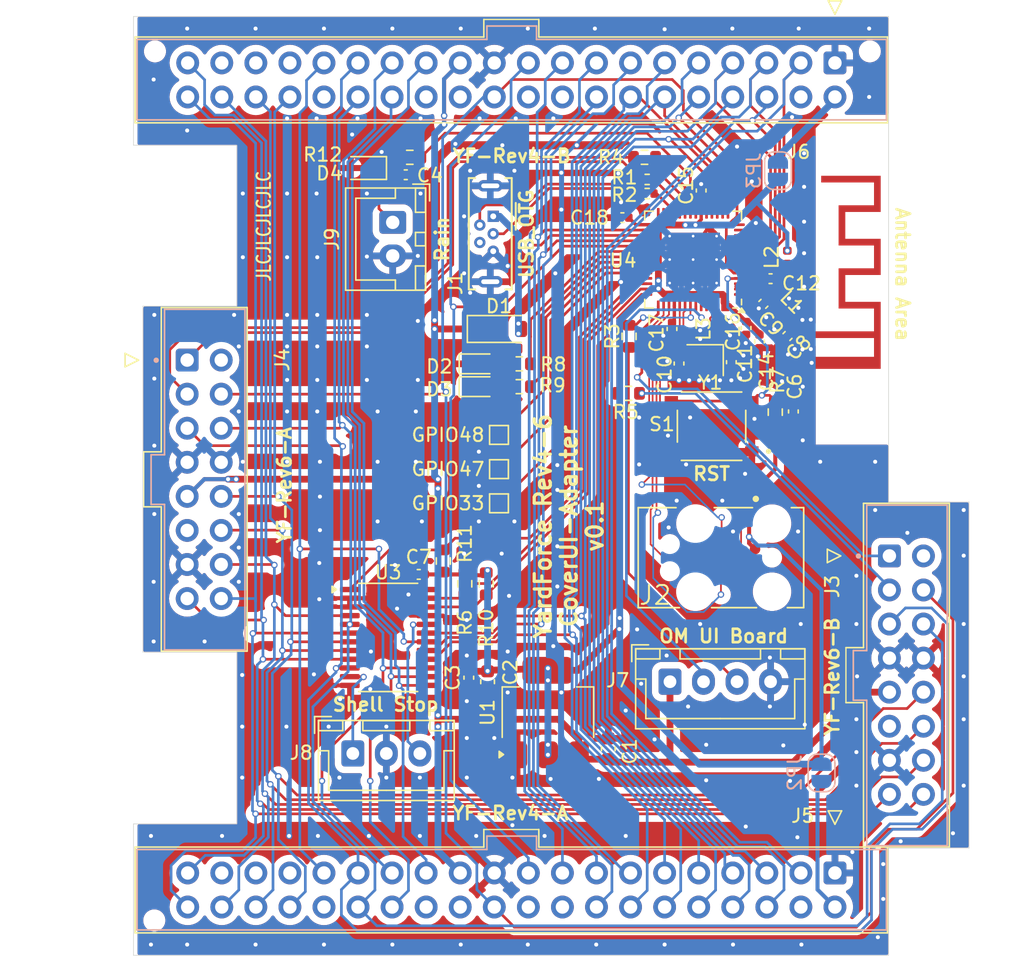
<source format=kicad_pcb>
(kicad_pcb (version 20240108) (generator "pcbnew") (generator_version "8.0")
  (title_block (title "YardForce Rev4-6 CoverUI-Adapter") (date "2024-11-11") (rev "0.1") (comment 1 "(C) Apehaenger 2024 <joerg@ebeling.ws>") (comment 2 "For https://openmower.de & Patrickzzz"))
  (layers (0 "F.Cu" signal) (31 "B.Cu" signal) (34 "B.Paste" user) (35 "F.Paste" user) (36 "B.SilkS" user "B.Silkscreen") (37 "F.SilkS" user "F.Silkscreen") (38 "B.Mask" user) (39 "F.Mask" user) (44 "Edge.Cuts" user))
  (net 0 "")
  (net 1 "/LED_LOCK")
  (net 2 "/HALL_LIFT")
  (net 3 "/LED_8H{slash}R1")
  (net 4 "GND")
  (net 5 "/HALL_LIFTX")
  (net 6 "/BTN_S2")
  (net 7 "/LED_6H{slash}LCD")
  (net 8 "/LED_CHARGE")
  (net 9 "/LED_4H{slash}LCD")
  (net 10 "/STOP_1")
  (net 11 "/HALL_RBUMP")
  (net 12 "/LED_S1{slash}ADS7843_BUSY")
  (net 13 "/BTN_LOCK")
  (net 14 "/BTN_PLAY")
  (net 15 "/STOP_2")
  (net 16 "/BTN_4H{slash}R4")
  (net 17 "/BTN_6H{slash}R5")
  (net 18 "/BTN_HOME")
  (net 19 "/LCD_BACKLIGHT")
  (net 20 "/BTN_10H{slash}R3")
  (net 21 "/BTN_S1")
  (net 22 "/BTN_8H{slash}ADS7843_PEN_IRQ")
  (net 23 "/LED_LIFTED_ADS7843_CS")
  (net 24 "/HALL_LBUMP")
  (net 25 "/LED_S2")
  (net 26 "/LED_10H{slash}LCD")
  (net 28 "+3V3")
  (net 29 "+5V")
  (net 30 "Net-(D1-A)")
  (net 50 "/JTAG_TMS-SWDIO")
  (net 51 "/JTAG_TDO-SWD")
  (net 52 "/JTAG_TCK-SWCLK")
  (net 53 "/JTAG_TDI")
  (net 54 "/RXD0")
  (net 55 "/TXD0")
  (net 56 "/RXD1")
  (net 57 "/TXD1")
  (net 58 "Net-(D2-A)")
  (net 59 "Net-(D3-A)")
  (net 60 "/LED_GN")
  (net 61 "/LED_RD")
  (net 62 "/USB_D-")
  (net 63 "/USB_D+")
  (net 66 "/RXDX")
  (net 67 "/TXDX")
  (net 68 "/PE_SCL")
  (net 69 "/PE_SDA")
  (net 70 "/~{PE_INT}")
  (net 71 "/LED_CONN_ADS7843-DIN")
  (net 72 "/LED_BAT_ADS7843-DOUT")
  (net 74 "Net-(J5-Pin_2)")
  (net 75 "Net-(J6-Pin_2)")
  (net 76 "Net-(U4-LNA_IN{slash}RF)")
  (net 77 "VDD3P3")
  (net 79 "Net-(U4-GPIO19{slash}USB_D-{slash}ADC2_CH8)")
  (net 81 "Net-(U4-GPIO20{slash}USB_D+{slash}ADC2_CH9)")
  (net 82 "Net-(U4-U0TXD{slash}PROG{slash}GPIO43)")
  (net 83 "Net-(U4-GPIO17{slash}ADC2_CH6)")
  (net 88 "Net-(C11-Pad1)")
  (net 90 "Net-(U4-XTAL_N)")
  (net 91 "Net-(U4-XTAL_P)")
  (net 92 "Net-(U4-GPIO37)")
  (net 93 "Net-(U4-CHIP_PU{slash}RESET)")
  (net 100 "Net-(U4-GPIO33)")
  (net 101 "Net-(U4-SPICLK_P{slash}GPIO47)")
  (net 102 "Net-(U4-SPICLK_N{slash}GPIO48)")
  (net 103 "Net-(ANT1-Pad1)")
  (net 104 "/Shell Stop 1")
  (net 105 "/Shell Stop 2")
  (net 106 "Net-(D4-K)")
  (net 107 "/RAIN")
  (footprint "Resistor_SMD:R_0603_1608Metric" (layer "F.Cu") (at 167.55 79.5 -90)
    (property "Reference" "R7")
    (property "Value" "10k")
  )
  (footprint "Resistor_SMD:R_0603_1608Metric" (layer "F.Cu") (at 142.8 90.6 -90)
    (property "Reference" "R11")
    (property "Value" "10k")
  )
  (footprint "Capacitor_SMD:C_0402_1005Metric" (layer "F.Cu") (at 140.9675 91.6 180)
    (property "Reference" "C7")
    (property "Value" ".1uF")
  )
  (footprint "Capacitor_SMD:C_0402_1005Metric" (layer "F.Cu") (at 156.15 65 180)
    (property "Reference" "C18")
    (property "Value" ".1uF")
  )
  (footprint "Capacitor_SMD:C_0402_1005Metric" (layer "F.Cu") (at 167.2 69.55 180)
    (property "Reference" "C12")
    (property "Value" ".1uF")
  )
  (footprint "Package_DFN_QFN:QFN-56-1EP_7x7mm_P0.4mm_EP4x4mm_ThermalVias" (layer "F.Cu") (at 161.425 68.125 180)
    (property "Reference" "U4")
    (property "Value" "ESP32-S3-FH4R2")
  )
  (footprint "libs:JLCPCB_ToolingHole_1.152mm" (layer "F.Cu") (at 121.25 117.4)
    (property "Reference" "REF**" (hide yes))
    (property "Value" "JLCPCB_ToolingHole_1.152mm")
  )
  (footprint "libs:PCB_Antenna_2.4GHz_Left" (layer "F.Cu") (at 170.2625 73.725 -90)
    (property "Reference" "ANT1" (hide yes))
    (property "Value" "2.4Ghz")
  )
  (footprint "Diode_SMD:D_SOD-123" (layer "F.Cu") (at 146.95 73.3)
    (property "Reference" "D1")
    (property "Value" "D_Schottky")
  )
  (footprint "libs:IDC-Hybrid_2x08_P2.54mm_Latch_Vertical" (layer "F.Cu") (at 176.15 90.2 -90)
    (property "Reference" "J3")
    (property "Value" "YF-Rev6-B")
  )
  (footprint "Capacitor_SMD:C_0402_1005Metric" (layer "F.Cu") (at 165.375 73.225 -90)
    (property "Reference" "C16")
    (property "Value" ".1uF")
  )
  (footprint "TestPoint:TestPoint_Pad_1.0x1.0mm" (layer "F.Cu") (at 146.95 83.75)
    (property "Reference" "GPIO47")
    (property "Value" "TestPoint")
  )
  (footprint "TestPoint:TestPoint_Pad_1.0x1.0mm" (layer "F.Cu") (at 146.95 86.3)
    (property "Reference" "GPIO33")
    (property "Value" "TestPoint")
  )
  (footprint "Capacitor_SMD:C_0402_1005Metric" (layer "F.Cu") (at 159.85 73.3 -90)
    (property "Reference" "C17")
    (property "Value" ".1uF")
  )
  (footprint "Resistor_SMD:R_0603_1608Metric" (layer "F.Cu") (at 156.6 78.1 180)
    (property "Reference" "R5")
    (property "Value" "22	")
  )
  (footprint "Capacitor_SMD:C_0603_1608Metric" (layer "F.Cu") (at 155.1 104.6 90)
    (property "Reference" "C1")
    (property "Value" "10uF")
  )
  (footprint "libs:SW_TS-1187A-B-A-B" (layer "F.Cu") (at 162.8 80.55 180)
    (property "Reference" "S1")
    (property "Value" "RST")
  )
  (footprint "Resistor_SMD:R_0603_1608Metric" (layer "F.Cu") (at 144.4 92.3 90)
    (property "Reference" "R6")
    (property "Value" "10k")
  )
  (footprint "Connector_JST:JST_XH_B3B-XH-A_1x03_P2.50mm_Vertical" (layer "F.Cu") (at 136.05 104.95)
    (property "Reference" "J8")
    (property "Value" "Shell Stop")
  )
  (footprint "Capacitor_SMD:C_0402_1005Metric" (layer "F.Cu") (at 168.9 79.45 -90)
    (property "Reference" "C6")
    (property "Value" "1uF")
  )
  (footprint "LED_SMD:LED_0603_1608Metric" (layer "F.Cu") (at 145.46875 75.9)
    (property "Reference" "D2")
    (property "Value" "LED GREEN")
  )
  (footprint "Resistor_SMD:R_0603_1608Metric" (layer "F.Cu") (at 146 92.3 90)
    (property "Reference" "R10")
    (property "Value" "10k")
  )
  (footprint "libs:JLCPCB_ToolingHole_1.152mm" (layer "F.Cu") (at 174.6 52.6)
    (property "Reference" "REF**" (hide yes))
    (property "Value" "JLCPCB_ToolingHole_1.152mm")
  )
  (footprint "Inductor_SMD:L_0402_1005Metric" (layer "F.Cu") (at 163.225 73.275 90)
    (property "Reference" "L3")
    (property "Value" "24nH")
  )
  (footprint "libs:IDC-Hybrid_2x08_P2.54mm_Latch_Vertical" (layer "F.Cu") (at 123.79 75.6 -90)
    (property "Reference" "J4")
    (property "Value" "YF-Rev6-A")
  )
  (footprint "Resistor_SMD:R_0603_1608Metric" (layer "F.Cu") (at 148.46875 75.9 180)
    (property "Reference" "R8")
    (property "Value" "200	")
  )
  (footprint "Capacitor_SMD:C_0402_1005Metric" (layer "F.Cu") (at 168.4625 73.825 -135)
    (property "Reference" "C8")
    (property "Value" "DNP")
  )
  (footprint "Resistor_SMD:R_0402_1005Metric" (layer "F.Cu") (at 158 63.2 180)
    (property "Reference" "R2")
    (property "Value" "0")
  )
  (footprint "" (layer "F.Cu") (at 121.3 52.6)
    (property "Reference" "")
    (property "Value" "")
  )
  (footprint "Resistor_SMD:R_0603_1608Metric" (layer "F.Cu") (at 148.46875 77.6 180)
    (property "Reference" "R9")
    (property "Value" "220")
  )
  (footprint "TestPoint:TestPoint_Pad_1.0x1.0mm" (layer "F.Cu") (at 146.95 81.2)
    (property "Reference" "GPIO48")
    (property "Value" "TestPoint")
  )
  (footprint "Capacitor_SMD:C_0402_1005Metric" (layer "F.Cu") (at 166.6625 71.425 -135)
    (property "Reference" "C9")
    (property "Value" "0.8pF")
  )
  (footprint "libs:TAG-CONNECT_TC2050-IDC" (layer "F.Cu") (at 163.5 90.35 180)
    (property "Reference" "J2")
    (property "Value" "TC2050-IDC")
  )
  (footprint "Package_TO_SOT_SMD:SOT-223-3_TabPin2" (layer "F.Cu") (at 150.6 101.9 90)
    (property "Reference" "U1")
    (property "Value" "AMS1117-3.3")
  )
  (footprint "Capacitor_SMD:C_0402_1005Metric" (layer "F.Cu") (at 140 61.8)
    (property "Reference" "C4")
    (property "Value" ".1uF")
  )
  (footprint "libs:IDC-Hybrid_2x20_P2.54mm_Latch_Vertical" (layer "F.Cu") (at 172.01 53.51 180)
    (property "Reference" "J6")
    (property "Value" "YF-Rev4-B")
  )
  (footprint "Diode_SMD:D_SOD-323" (layer "F.Cu") (at 136.95 61.3 180)
    (property "Reference" "D4")
    (property "Value" "PDZ3.3B,115")
  )
  (footprint "libs:USB_Micro-B_Wuerth_614105150721_Vertical" (layer "F.Cu") (at 146.52 64.9 -90)
    (property "Reference" "J1")
    (property "Value" "USB_OTG")
  )
  (footprint "Package_SO:TSSOP-24_4.4x7.8mm_P0.65mm" (layer "F.Cu") (at 138.6875 96.3)
    (property "Reference" "U3")
    (property "Value" "TCA9555PWR")
  )
  (footprint "Crystal:Crystal_SMD_2016-4Pin_2.0x1.6mm" (layer "F.Cu") (at 162.325 75.625 180)
    (property "Reference" "Y1")
    (property "Value" "40MHz 10.5pF ±10ppm")
  )
  (footprint "Resistor_SMD:R_0603_1608Metric" (layer "F.Cu") (at 157.8 60.5 180)
    (property "Reference" "R4")
    (property "Value" "22	")
  )
  (footprint "Resistor_SMD:R_0603_1608Metric" (layer "F.Cu") (at 140.3 60.5 180)
    (property "Reference" "R12")
    (property "Value" "10k")
  )
  (footprint "Capacitor_SMD:C_0402_1005Metric" (layer "F.Cu") (at 160.375 75.875 90)
    (property "Reference" "C10")
    (property "Value" "10pF")
  )
  (footprint "Capacitor_SMD:C_0402_1005Metric" (layer "F.Cu") (at 164.275 75.775 -90)
    (property "Reference" "C11")
    (property "Value" "10pF")
  )
  (footprint "Capacitor_SMD:C_0402_1005Metric" (layer "F.Cu") (at 162.025 62.975 90)
    (property "Reference" "C15")
    (property "Value" ".1uF")
  )
  (footprint "Resistor_SMD:R_0402_1005Metric" (layer "F.Cu") (at 158 62.15 180)
    (property "Reference" "R1")
    (property "Value" "0")
  )
  (footprint "Resistor_SMD:R_0603_1608Metric" (layer "F.Cu") (at 156.65 73.85 -90)
    (property "Reference" "R3")
    (property "Value" "22	")
  )
  (footprint "Capacitor_SMD:C_0402_1005Metric" (layer "F.Cu") (at 166.375 74.225 -90)
    (property "Reference" "C14")
    (property "Value" "1uF")
  )
  (footprint "Inductor_SMD:L_0402_1005Metric" (layer "F.Cu") (at 168.0625 72.125 135)
    (property "Reference" "L1")
    (property "Value" "3.9nH")
  )
  (footprint "libs:IDC-Hybrid_2x20_P2.54mm_Latch_Vertical" (layer "F.Cu") (at 172.01 113.91 180)
    (property "Reference" "J5")
    (property "Value" "YF-Rev4-A")
  )
  (footprint "Inductor_SMD:L_0402_1005Metric" (layer "F.Cu") (at 168.45 67.95 90)
    (property "Reference" "L2")
    (property "Value" "2.0nH")
  )
  (footprint "Capacitor_SMD:C_0603_1608Metric" (layer "F.Cu") (at 146.1 99.6 -90)
    (property "Reference" "C2")
    (property "Value" "10uF")
  )
  (footprint "Connector_JST:JST_XH_B4B-XH-A_1x04_P2.50mm_Vertical" (layer "F.Cu") (at 159.7 99.6)
    (property "Reference" "J7")
    (property "Value" "OM UI Board")
  )
  (footprint "LED_SMD:LED_0603_1608Metric" (layer "F.Cu") (at 145.46875 77.6)
    (property "Reference" "D3")
    (property "Value" "LED RED")
  )
  (footprint "Connector_JST:JST_XH_B2B-XH-A_1x02_P2.50mm_Vertical" (layer "F.Cu") (at 139.025 65.35 -90)
    (property "Reference" "J9")
    (property "Value" "Rain")
  )
  (footprint "Capacitor_SMD:C_0402_1005Metric" (layer "F.Cu") (at 144.7 99.3 -90)
    (property "Reference" "C3")
    (property "Value" ".1uF")
  )
  (footprint "Jumper:SolderJumper-2_P1.3mm_Open_RoundedPad1.0x1.5mm" (layer "B.Cu") (at 171 106.4 90)
    (property "Reference" "JP2")
    (property "Value" "Rev4-A 3.3V")
  )
  (footprint "Jumper:SolderJumper-2_P1.3mm_Open_RoundedPad1.0x1.5mm" (layer "B.Cu") (at 167.75 61.5 -90)
    (property "Reference" "JP3")
    (property "Value" "Rev4-B 3.3V")
  )
  (gr_line (start 166.171665 70.564392) (end 165.2 70.7) (stroke (width 0.2)) (layer "F.Cu") (net 76))
  (gr_arc (start 169.3625 73.725) (mid 168.726104 73.461396) (end 168.4625 72.825) (stroke (width 0.51)) (layer "F.Cu") (net 103))
  (gr_arc (start 166.1625 70.720204) (mid 166.623555 70.811914) (end 167.014419 71.073081) (stroke (width 0.51)) (layer "F.Cu") (net 76))
  (gr_line (start 164.6625 70.725) (end 166.1625 70.875) (stroke (width 0.2)) (layer "F.Cu") (net 76))
  (gr_rect (start 163.725 71.325) (end 163.923234 71.823234) (stroke (width 0.3)) (fill none) (layer "F.Cu") (net 28))
  (gr_line (start 176 50) (end 176 86.2) (stroke (width 0.05)) (layer "Edge.Cuts"))
  (gr_line (start 127.4 71.6) (end 127.4 59.6) (stroke (width 0.05)) (layer "Edge.Cuts"))
  (gr_line (start 127.4 110.2) (end 127.4 110.2) (stroke (width 0.05)) (layer "Edge.Cuts"))
  (gr_line (start 182 112) (end 182 86.2) (stroke (width 0.05)) (layer "Edge.Cuts"))
  (gr_line (start 120.4 71.6) (end 127.4 71.6) (stroke (width 0.05)) (layer "Edge.Cuts"))
  (gr_line (start 176 112) (end 182 112) (stroke (width 0.05)) (layer "Edge.Cuts"))
  (gr_line (start 176 112) (end 176 120) (stroke (width 0.05)) (layer "Edge.Cuts"))
  (gr_line (start 127.4 59.6) (end 119.7 59.6) (stroke (width 0.05)) (layer "Edge.Cuts"))
  (gr_line (start 127.4 110.2) (end 127.4 97.4) (stroke (width 0.05)) (layer "Edge.Cuts"))
  (gr_line (start 119.7 50) (end 176 50) (stroke (width 0.05)) (layer "Edge.Cuts"))
  (gr_line (start 182 86.2) (end 176 86.2) (stroke (width 0.05)) (layer "Edge.Cuts"))
  (gr_line (start 176 120) (end 119.7 120) (stroke (width 0.05)) (layer "Edge.Cuts"))
  (gr_line (start 119.7 50) (end 119.7 59.6) (stroke (width 0.05)) (layer "Edge.Cuts"))
  (gr_line (start 127.4 97.4) (end 120.4 97.4) (stroke (width 0.05)) (layer "Edge.Cuts"))
  (gr_line (start 120.4 97.4) (end 120.4 71.6) (stroke (width 0.05)) (layer "Edge.Cuts"))
  (gr_line (start 119.7 110.2) (end 127.4 110.2) (stroke (width 0.05)) (layer "Edge.Cuts"))
  (gr_line (start 119.7 120) (end 119.7 110.2) (stroke (width 0.05)) (layer "Edge.Cuts"))
  (gr_text "YardForce Rev4-6\nCoverUI-Adapter\nv0.1" (at 154.8 88 90) (layer "F.SilkS") (effects (font (size 1.2 1.2) (thickness 0.24) (bold yes)) (justify bottom)))
  (gr_text "JLCJLCJLCJLC" (at 130 69.85 90) (layer "F.SilkS") (effects (font (size 1 0.8) (thickness 0.15) (bold yes)) (justify left bottom)))
  (segment (start 151.275 66.725) (end 157.975 66.725) (width 0.2) (layer "F.Cu") (net 1))
  (segment (start 150.25 67.75) (end 151.275 66.725) (width 0.2) (layer "F.Cu") (net 1))
  (via (at 150.25 67.75) (size 0.48) (drill 0.3) (layers "F.Cu" "B.Cu") (net 1))
  (segment (start 149.52 94.48) (end 149.52 107.42) (width 0.2) (layer "B.Cu") (net 1))
  (segment (start 150.25 67.75) (end 149.927 68.073) (width 0.2) (layer "B.Cu") (net 1))
  (segment (start 149.52 107.42) (end 155.37 113.27) (width 0.2) (layer "B.Cu") (net 1))
  (segment (start 155.37 113.27) (end 155.37 115.25) (width 0.2) (layer "B.Cu") (net 1))
  (segment (start 150.25 67.75) (end 150.45 67.55) (width 0.2) (layer "B.Cu") (net 1))
  (segment (start 150.45 60.2) (end 154.2 56.45) (width 0.2) (layer "B.Cu") (net 1))
  (segment (start 149.927 94.073) (end 149.52 94.48) (width 0.2) (layer "B.Cu") (net 1))
  (segment (start 150.45 67.55) (end 150.45 60.2) (width 0.2) (layer "B.Cu") (net 1))
  (segment (start 149.927 68.073) (end 149.927 94.073) (width 0.2) (layer "B.Cu") (net 1))
  (segment (start 155.37 115.25) (end 154.22 116.4) (width 0.2) (layer "B.Cu") (net 1))
  (segment (start 128.8 109.45) (end 128.804 109.454) (width 0.2) (layer "F.Cu") (net 2))
  (segment (start 177.146 109.454) (end 178.6 108) (width 0.2) (layer "F.Cu") (net 2))
  (segment (start 128.625 95.975) (end 135.825 95.975) (width 0.2) (layer "F.Cu") (net 2))
  (segment (start 128.804 109.454) (end 177.146 109.454) (width 0.2) (layer "F.Cu") (net 2))
  (segment (start 128.6 96) (end 128.625 95.975) (width 0.2) (layer "F.Cu") (net 2))
  (via (at 128.6 96) (size 0.48) (drill 0.3) (layers "F.Cu" "B.Cu") (net 2))
  (via (at 128.8 109.45) (size 0.48) (drill 0.3) (layers "F.Cu" "B.Cu") (net 2))
  (segment (start 128.6 96) (end 128.8 95.8) (width 0.2) (layer "B.Cu") (net 2))
  (segment (start 123.6 112.2) (end 122.5 113.3) (width 0.2) (layer "B.Cu") (net 2))
  (segment (start 125.417 57.677) (end 127.032104 57.677) (width 0.2) (layer "B.Cu") (net 2))
  (segment (start 128.57 96.03) (end 128.57 109.22) (width 0.2) (layer "B.Cu") (net 2))
  (segment (start 122.5 115.16) (end 123.74 116.4) (width 0.2) (layer "B.Cu") (net 2))
  (segment (start 128.6 96) (end 128.57 96.03) (width 0.2) (layer "B.Cu") (net 2))
  (segment (start 128.8 111.225104) (end 127.825104 112.2) (width 0.2) (layer "B.Cu") (net 2))
  (segment (start 122.5 113.3) (end 122.5 115.16) (width 0.2) (layer "B.Cu") (net 2))
  (segment (start 123.74 56) (end 125.417 57.677) (width 0.2) (layer "B.Cu") (net 2))
  (segment (start 128.8 95.8) (end 128.8 93.6) (width 0.2) (layer "B.Cu") (net 2))
  (segment (start 127.825104 112.2) (end 123.6 112.2) (width 0.2) (layer "B.Cu") (net 2))
  (segment (start 128.8 93.4) (end 126.24 93.4) (width 0.2) (layer "B.Cu") (net 2))
  (segment (start 128.57 109.22) (end 128.8 109.45) (width 0.2) (layer "B.Cu") (net 2))
  (segment (start 128.8 93.6) (end 128.8 93.4) (width 0.2) (layer "B.Cu") (net 2))
  (segment (start 127.032104 57.677) (end 128.8 59.444896) (width 0.2) (layer "B.Cu") (net 2))
  (segment (start 128.8 59.444896) (end 128.8 93.6) (width 0.2) (layer "B.Cu") (net 2))
  (segment (start 128.8 109.45) (end 128.8 111.225104) (width 0.2) (layer "B.Cu") (net 2))
  (segment (start 163.225 61.825) (end 157.4 56) (width 0.2) (layer "F.Cu") (net 3))
  (segment (start 163.225 64.675) (end 163.225 61.825) (width 0.2) (layer "F.Cu") (net 3))
  (segment (start 152.402 60.848) (end 156.258794 56.991206) (width 0.2) (layer "B.Cu") (net 3))
  (segment (start 158 115.16) (end 158 109.1) (width 0.2) (layer "B.Cu") (net 3))
  (segment (start 151.866 93.434) (end 152.402 92.898) (width 0.2) (layer "B.Cu") (net 3))
  (segment (start 152.402 96.872244) (end 151.866 96.336244) (width 0.2) (layer "B.Cu") (net 3))
  (segment (start 158 109.1) (end 152.402 103.502) (width 0.2) (layer "B.Cu") (net 3))
  (segment (start 152.402 103.502) (end 152.402 96.872244) (width 0.2) (layer "B.Cu") (net 3))
  (segment (start 156.258794 56.991206) (end 156.258794 56.391206) (width 0.2) (layer "B.Cu") (net 3))
  (segment (start 151.866 96.336244) (end 151.866 93.434) (width 0.2) (layer "B.Cu") (net 3))
  (segment (start 152.402 92.898) (end 152.402 60.848) (width 0.2) (layer "B.Cu") (net 3))
  (segment (start 156.76 116.4) (end 158 115.16) (width 0.2) (layer "B.Cu") (net 3))
  (segment (start 135.825 93.375) (end 134.4625 93.375) (width 0.3) (layer "F.Cu") (net 4))
  (segment (start 164.4 88.4) (end 163.5 89.3) (width 0.3) (layer "F.Cu") (net 4))
  (segment (start 137.0625 94.025) (end 137.0875 94) (width 0.3) (layer "F.Cu") (net 4))
  (segment (start 159.5 75.7) (end 159.5 76.75) (width 0.3) (layer "F.Cu") (net 4))
  (segment (start 160.375 75.395) (end 160.855 75.395) (width 0.2) (layer "F.Cu") (net 4))
  (segment (start 170.074173 75.905) (end 170.2375 75.905) (width 0.508) (layer "F.Cu") (net 4))
  (segment (start 141.55 94.675) (end 140.3625 94.675) (width 0.3) (layer "F.Cu") (net 4))
  (segment (start 137.0625 93.375) (end 137.0875 93.4) (width 0.3) (layer "F.Cu") (net 4))
  (segment (start 164.77 90.985) (end 164.77 92.23) (width 0.3) (layer "F.Cu") (net 4))
  (segment (start 134.7125 99.875) (end 134.6875 99.9) (width 0.3) (layer "F.Cu") (net 4))
  (segment (start 160.96 89.403908) (end 159.656092 88.1) (width 0.2) (layer "F.Cu") (net 4))
  (segment (start 160.96 89.715) (end 160.96 89.403908) (width 0.2) (layer "F.Cu") (net 4))
  (segment (start 140.3625 94.675) (end 140.2875 94.6) (width 0.3) (layer "F.Cu") (net 4))
  (segment (start 135.825 99.875) (end 134.7125 99.875) (width 0.3) (layer "F.Cu") (net 4))
  (segment (start 142.775 94.675) (end 142.9 94.8) (width 0.3) (layer "F.Cu") (net 4))
  (segment (start 160.375 75.395) (end 160.055 75.395) (width 0.2) (layer "F.Cu") (net 4))
  (segment (start 141.55 94.675) (end 142.775 94.675) (width 0.3) (layer "F.Cu") (net 4))
  (segment (start 159.25 73.75) (end 159.82 73.75) (width 0.3) (layer "F.Cu") (net 4))
  (segment (start 164.77 92.23) (end 164.7 92.3) (width 0.3) (layer "F.Cu") (net 4))
  (segment (start 159.5 76.75) (end 159.675 76.925) (width 0.3) (layer "F.Cu") (net 4))
  (segment (start 134.4625 93.375) (end 134.3875 93.3) (width 0.3) (layer "F.Cu") (net 4))
  (segment (start 159.855 75.395) (end 159.55 75.7) (width 0.3) (layer "F.Cu") (net 4))
  (segment (start 159.656092 88.1) (end 159.6 88.1) (width 0.2) (layer "F.Cu") (net 4))
  (segment (start 159.55 75.7) (end 159.5 75.7) (width 0.3) (layer "F.Cu") (net 4))
  (segment (start 135.825 93.375) (end 137.0625 93.375) (width 0.3) (layer "F.Cu") (net 4))
  (segment (start 134.5125 94.025) (end 134.4875 94) (width 0.3) (layer "F.Cu") (net 4))
  (segment (start 159.2 73.8) (end 159.25 73.75) (width 0.3) (layer "F.Cu") (net 4))
  (segment (start 163.5 89.3) (end 163.5 89.715) (width 0.3) (layer "F.Cu") (net 4))
  (segment (start 160.855 75.395) (end 161.175 75.075) (width 0.2) (layer "F.Cu") (net 4))
  (segment (start 135.825 94.025) (end 134.5125 94.025) (width 0.3) (layer "F.Cu") (net 4))
  (segment (start 165.35 74.35) (end 165.35 73.73) (width 0.3) (layer "F.Cu") (net 4))
  (segment (start 135.825 94.025) (end 137.0625 94.025) (width 0.3) (layer "F.Cu") (net 4))
  (segment (start 161.175 75.075) (end 161.625 75.075) (width 0.2) (layer "F.Cu") (net 4))
  (segment (start 160.055 75.395) (end 159.855 75.395) (width 0.3) (layer "F.Cu") (net 4))
  (via (at 121 119.2) (size 0.48) (drill 0.3) (layers "F.Cu" "B.Cu") (net 4))
  (via (at 157.55 99.75) (size 0.48) (drill 0.3) (layers "F.Cu" "B.Cu") (net 4))
  (via (at 155.85 61.7) (size 0.48) (drill 0.3) (layers "F.Cu" "B.Cu") (net 4))
  (via (at 131.15 72.25) (size 0.48) (drill 0.3) (layers "F.Cu" "B.Cu") (net 4))
  (via (at 175.2 118.65) (size 0.48) (drill 0.3) (layers "F.Cu" "B.Cu") (net 4))
  (via (at 133.15 99.05) (size 0.48) (drill 0.3) (layers "F.Cu" "B.Cu") (net 4))
  (via (at 141.05 106.75) (size 0.48) (drill 0.3) (layers "F.Cu" "B.Cu") (net 4))
  (via (at 144.8 61.5) (size 0.48) (drill 0.3) (layers "F.Cu" "B.Cu") (net 4))
  (via (at 127.85 67.95) (size 0.48) (drill 0.3) (layers "F.Cu" "B.Cu") (net 4))
  (via (at 181.6 102.4) (size 0.48) (drill 0.3) (layers "F.Cu" "B.Cu") (net 4))
  (via (at 123.7 58.5) (size 0.48) (drill 0.3) (layers "F.Cu" "B.Cu") (net 4))
  (via (at 166.25 75.35) (size 0.48) (drill 0.3) (layers "F.Cu" "B.Cu") (net 4))
  (via (at 161.95 73.4) (size 0.48) (drill 0.3) (layers "F.Cu" "B.Cu") (net 4))
  (via (at 121.2 54.7) (size 0.48) (drill 0.3) (layers "F.Cu" "B.Cu") (net 4))
  (via (at 147.15 90.05) (size 0.48) (drill 0.3) (layers "F.Cu" "B.Cu") (net 4))
  (via (at 144.55 106.75) (size 0.48) (drill 0.3) (layers "F.Cu" "B.Cu") (net 4))
  (via (at 121.25 87.1) (size 0.48) (drill 0.3) (layers "F.Cu" "B.Cu") (net 4))
  (via (at 169.6 77.6) (size 0.48) (drill 0.3) (layers "F.Cu" "B.Cu") (net 4))
  (via (at 180.8 110.9) (size 0.48) (drill 0.3) (layers "F.Cu" "B.Cu") (net 4))
  (via (at 147.2 59.6) (size 0.48) (drill 0.3) (layers "F.Cu" "B.Cu") (net 4))
  (via (at 164.925 76.975) (size 0.48) (drill 0.3) (layers "F.Cu" "B.Cu") (net 4))
  (via (at 131.15 77.1) (size 0.48) (drill 0.3) (layers "F.Cu" "B.Cu") (net 4))
  (via (at 151.6 64.4) (size 0.48) (drill 0.3) (layers "F.Cu" "B.Cu") (net 4))
  (via (at 121.25 77) (size 0.48) (drill 0.3) (layers "F.Cu" "B.Cu") (net 4))
  (via (at 131.3 111.1) (size 0.48) (drill 0.3) (layers "F.Cu" "B.Cu") (net 4))
  (via (at 144.55 97.65) (size 0.48) (drill 0.3) (layers "F.Cu" "B.Cu") (net 4))
  (via (at 161.05 101.45) (size 0.48) (drill 0.3) (layers "F.Cu" "B.Cu") (net 4))
  (via (at 131.15 67.95) (size 0.48) (drill 0.3) (layers "F.Cu" "B.Cu") (net 4))
  (via (at 154.4 106.85) (size 0.48) (drill 0.3) (layers "F.Cu" "B.Cu") (net 4))
  (via (at 127.2 72.25) (size 0.48) (drill 0.3) (layers "F.Cu" "B.Cu") (net 4))
  (via (at 151.6 100.4) (size 0.48) (drill 0.3) (layers "F.Cu" "B.Cu") (net 4))
  (via (at 151.3 92.5) (size 0.48) (drill 0.3) (layers "F.Cu" "B.Cu") (net 4))
  (via (at 163.425 77.125) (size 0.48) (drill 0.3) (layers "F.Cu" "B.Cu") (net 4))
  (via (at 145.45 82.45) (size 0.48) (drill 0.3) (layers "F.Cu" "B.Cu") (net 4))
  (via (at 166 80) (size 0.48) (drill 0.3) (layers "F.Cu" "B.Cu") (net 4))
  (via (at 144.35 64.9) (size 0.48) (drill 0.3) (layers "F.Cu" "B.Cu") (net 4))
  (via (at 181.6 90.2) (size 0.48) (drill 0.3) (layers "F.Cu" "B.Cu") (net 4))
  (via (at 173.6 107.35) (size 0.48) (drill 0.3) (layers "F.Cu" "B.Cu") (net 4))
  (via (at 127.8 102.95) (size 0.48) (drill 0.3) (layers "F.Cu" "B.Cu") (net 4))
  (via (at 161.125 77.125) (size 0.48) (drill 0.3) (layers "F.Cu" "B.Cu") (net 4))
  (via (at 173.6 102.4) (size 0.48) (drill 0.3) (layers "F.Cu" "B.Cu") (net 4))
  (via (at 181.6 107.35) (size 0.48) (drill 0.3) (layers "F.Cu" "B.Cu") (net 4))
  (via (at 173.3 112.3) (size 0.48) (drill 0.3) (layers "F.Cu" "B.Cu") (net 4))
  (via (at 145.45 85) (size 0.48) (drill 0.3) (layers "F.Cu" "B.Cu") (net 4))
  (via (at 165.3 84.1) (size 0.48) (drill 0.3) (layers "F.Cu" "B.Cu") (net 4))
  (via (at 135.1 100.9) (size 0.48) (drill 0.3) (layers "F.Cu" "B.Cu") (net 4))
  (via (at 144.55 101.05) (size 0.48) (drill 0.3) (layers "F.Cu" "B.Cu") (net 4))
  (via (at 158.55 103.9) (size 0.48) (drill 0.3) (layers "F.Cu" "B.Cu") (net 4))
  (via (at 137.9 87.65) (size 0.48) (drill 0.3) (layers "F.Cu" "B.Cu") (net 4))
  (via (at 133.35 63.2) (size 0.48) (drill 0.3) (layers "F.Cu" "B.Cu") (net 4))
  (via (at 157.4 83.4) (size 0.48) (drill 0.3) (layers "F.Cu" "B.Cu") (net 4))
  (via (at 156.4 101.75) (size 0.48) (drill 0.3) (layers "F.Cu" "B.Cu") (net 4))
  (via (at 165.175 75.275) (size 0.48) (drill 0.3) (layers "F.Cu" "B.Cu") (net 4))
  (via (at 175.6 113.2) (size 0.48) (drill 0.3) (layers "F.Cu" "B.Cu") (net 4))
  (via (at 159.3 119.2) (size 0.48) (drill 0.3) (layers "F.Cu" "B.Cu") (net 4))
  (via (at 136.4 57.6) (size 0.48) (drill 0.3) (layers "F.Cu" "B.Cu") (net 4))
  (via (at 173.6 95.3) (size 0.48) (drill 0.3) (layers "F.Cu" "B.Cu") (net 4))
  (via (at 169.275 71.725) (size 0.48) (drill 0.3) (layers "F.Cu" "B.Cu") (net 4))
  (via (at 169.7 60.2) (size 0.48) (drill 0.3) (layers "F.Cu" "B.Cu") (net 4))
  (via (at 168.15 104.35) (size 0.48) (drill 0.3) (layers "F.Cu" "B.Cu") (net 4))
  (via (at 160.9 83.4) (size 0.48) (drill 0.3) (layers "F.Cu" "B.Cu") (net 4))
  (via (at 141.05 111.1) (size 0.48) (drill 0.3) (layers "F.Cu" "B.Cu") (net 4))
  (via (at 151.3 83.45) (size 0.48) (drill 0.3) (layers "F.Cu" "B.Cu") (net 4))
  (via (at 128.8 119.2) (size 0.48) (drill 0.3) (layers "F.Cu" "B.Cu") (net 4))
  (via (at 175.6 115.8) (size 0.48) (drill 0.3) (layers "F.Cu" "B.Cu") (net 4))
  (via (at 137.1 63.2) (size 0.48) (drill 0.3) (layers "F.Cu" "B.Cu") (net 4))
  (via (at 181.6 99.2) (size 0.48) (drill 0.3) (layers "F.Cu" "B.Cu") (net 4))
  (via (at 144.55 103.8) (size 0.48) (drill 0.3) (layers "F.Cu" "B.Cu") (net 4))
  (via (at 135.05 106.75) (size 0.48) (drill 0.3) (layers "F.Cu" "B.Cu") (net 4))
  (via (at 168.05 77.2) (size 0.48) (drill 0.3) (layers "F.Cu" "B.Cu") (net 4))
  (via (at 159.675 76.925) (size 0.48) (drill 0.3) (layers "F.Cu" "B.Cu") (net 4))
  (via (at 147.6 68.6) (size 0.48) (drill 0.3) (layers "F.Cu" "B.Cu") (net 4))
  (via (at 164.35 50.9) (size 0.48) (drill 0.3) (layers "F.Cu" "B.Cu") (net 4))
  (via (at 141.2 87.65) (size 0.48) (drill 0.3) (layers "F.Cu" "B.Cu") (net 4))
  (via (at 123.7 119.2) (size 0.48) (drill 0.3) (layers "F.Cu" "B.Cu") (net 4))
  (via (at 159.6 88.1) (size 0.48) (drill 0.3) (layers "F.Cu" "B.Cu") (net 4))
  (via (at 140.75 79.45) (size 0.48) (drill 0.3) (layers "F.Cu" "B.Cu") (net 4))
  (via (at 151.3 85.3) (size 0.48) (drill 0.3) (layers "F.Cu" "B.Cu") (net 4))
  (via (at 156.05 69.8) (size 0.48) (drill 0.3) (layers "F.Cu" "B.Cu") (net 4))
  (via (at 131.15 74.6) (size 0.48) (drill 0.3) (layers "F.Cu" "B.Cu") (net 4))
  (via (at 148.1 61.5) (size 0.48) (drill 0.3) (layers "F.Cu" "B.Cu") (net 4))
  (via (at 165.35 74.35) (size 0.48) (drill 0.3) (layers "F.Cu" "B.Cu") (net 4))
  (via (at 121.2 92.15) (size 0.48) (drill 0.3) (layers "F.Cu" "B.Cu") (net 4))
  (via (at 145.5 57.6) (size 0.48) (drill 0.3) (layers "F.Cu" "B.Cu") (net 4))
  (via (at 140.75 83.2) (size 0.48) (drill 0.3) (layers "F.Cu" "B.Cu") (net 4))
  (via (at 127.8 106.75) (size 0.48) (drill 0.3) (layers "F.Cu" "B.Cu") (net 4))
  (via (at 127.55 89.6) (size 0.48) (drill 0.3) (layers "F.Cu" "B.Cu") (net 4))
  (via (at 169.7 67.65) (size 0.48) (drill 0.3) (layers "F.Cu" "B.Cu") (net 4))
  (via (at 147.6 100.4) (size 0.48) (drill 0.3) (layers "F.Cu" "B.Cu") (net 4))
  (via (at 139.2 90.9) (size 0.48) (drill 0.3) (layers "F.Cu" "B.Cu") (net 4))
  (via (at 137.1 74.6) (size 0.48) (drill 0.3) (layers "F.Cu" "B.Cu") (net 4))
  (via (at 144.1 50.9) (size 0.48) (drill 0.3) (layers "F.Cu" "B.Cu") (net 4))
  (via (at 137.25 111.1) (size 0.48) (drill 0.3) (layers "F.Cu" "B.Cu") (net 4))
  (via (at 138.2 60.1) (size 0.48) (drill 0.3) (layers "F.Cu" "B.Cu") (net 4))
  (via (at 159.45 97.65) (size 0.48) (drill 0.3) (layers "F.Cu" "B.Cu") (net 4))
  (via (at 133.55 90.75) (size 0.48) (drill 0.3) (layers "F.Cu" "B.Cu") (net 4))
  (via (at 123.7 50.9) (size 0.48) (drill 0.3) (layers "F.Cu" "B.Cu") (net 4))
  (via (at 151.6 61.65) (size 0.48) (drill 0.3) (layers "F.Cu" "B.Cu") (net 4))
  (via (at 125 96.6) (size 0.48) (drill 0.3) (layers "F.Cu" "B.Cu") (net 4))
  (via (at 150.8 106.85) (size 0.48) (drill 0.3) (layers "F.Cu" "B.Cu") (net 4))
  (via (at 121.25 72.25) (size 0.48) (drill 0.3) (layers "F.Cu" "B.Cu") (net 4))
  (via (at 147.95 110.3) (size 0.48) (drill 0.3) (layers "F.Cu" "B.Cu") (net 4))
  (via (at 174.55 50.9) (size 0.48) (drill 0.3) (layers "F.Cu" "B.Cu") (net 4))
  (via (at 139.35 94.15) (size 0.48) (drill 0.3) (layers "F.Cu" "B.Cu") (net 4))
  (via (at 161.95 74.05) (size 0.48) (drill 0.3) (layers "F.Cu" "B.Cu") (net 4))
  (via (at 167.475 73.325) (size 0.48) (drill 0.3) (layers "F.Cu" "B.Cu") (net 4))
  (via (at 157.4 79.9) (size 0.48) (drill 0.3) (layers "F.Cu" "B.Cu") (net 4))
  (via (at 121.25 82) (size 0.48) (drill 0.3) (layers "F.Cu" "B.Cu") (net 4))
  (via (at 151.3 89.5) (size 0.48) (drill 0.3) (layers "F.Cu" "B.Cu") (net 4))
  (via (at 127.55 74.6) (size 0.48) (drill 0.3) (layers "F.Cu" "B.Cu") (net 4))
  (via (at 168.65 107) (size 0.48) (drill 0.3) (layers "F.Cu" "B.Cu") (net 4))
  (via (at 136 58.8) (size 0.48) (drill 0.3) (layers "F.Cu" "B.Cu") (net 4))
  (via (at 169.25 88.4) (size 0.48) (drill 0.3) (layers "F.Cu" "B.Cu") (net 4))
  (via (at 145.45 87.65) (size 0.48) (drill 0.3) (layers "F.Cu" "B.Cu") (net 4))
  (via (at 137.1 72.25) (size 0.48) (drill 0.3) (layers "F.Cu" "B.Cu") (net 4))
  (via (at 131.15 79.45) (size 0.48) (drill 0.3) (layers "F.Cu" "B.Cu") (net 4))
  (via (at 169.75 102.8) (size 0.48) (drill 0.3) (layers "F.Cu" "B.Cu") (net 4))
  (via (at 144.35 69.15) (size 0.48) (drill 0.3) (layers "F.Cu" "B.Cu") (net 4))
  (via (at 133.55 93.45) (size 0.48) (drill 0.3) (layers "F.Cu" "B.Cu") (net 4))
  (via (at 127.8 99.1) (size 0.48) (drill 0.3) (layers "F.Cu" "B.Cu") (net 4))
  (via (at 137.35 100.15) (size 0.48) (drill 0.3) (layers "F.Cu" "B.Cu") (net 4))
  (via (at 164.175 73.775) (size 0.48) (drill 0.3) (layers "F.Cu" "B.Cu") (net 4))
  (via (at 164.275 77.125) (size 0.48) (drill 0.3) (layers "F.Cu" "B.Cu") (net 4))
  (via (at 169.7 65.3) (size 0.48) (drill 0.3) (layers "F.Cu" "B.Cu") (net 4))
  (via (at 165.35 110.4) (size 0.48) (drill 0.3) (layers "F.Cu" "B.Cu") (net 4))
  (via (at 160.2 86.1) (size 0.48) (drill 0.3) (layers "F.Cu" "B.Cu") (net 4))
  (via (at 165.8 62.3) (size 0.48) (drill 0.3) (layers "F.Cu" "B.Cu") (net 4))
  (via (at 166.320478 71.762702) (size 0.48) (drill 0.3) (layers "F.Cu" "B.Cu") (net 4))
  (via (at 154.1 50.9) (size 0.48) (drill 0.3) (layers "F.Cu" "B.Cu") (net 4))
  (via (at 162.4 106.95) (size 0.48) (drill 0.3) (layers "F.Cu" "B.Cu") (net 4))
  (via (at 140.9 67.85) (size 0.48) (drill 0.3) (layers "F.Cu" "B.Cu") (net 4))
  (via (at 169.575 72.625) (size 0.48) (drill 0.3) (layers "F.Cu" "B.Cu") (net 4))
  (via (at 164.4 88.4) (size 0.48) (drill 0.3) (layers "F.Cu" "B.Cu") (net 4))
  (via (at 170.9 83.2) (size 0.48) (drill 0.3) (layers "F.Cu" "B.Cu") (net 4))
  (via (at 159.55 81.25) (size 0.48) (drill 0.3) (layers "F.Cu" "B.Cu") (net 4))
  (via (at 160.375 77.125) (size 0.48) (drill 0.3) (layers "F.Cu" "B.Cu") (net 4))
  (via (at 169.5 119.2) (size 0.48) (drill 0.3) (layers "F.Cu" "B.Cu") (net 4))
  (via (at 137.1 67.9) (size 0.48) (drill 0.3) (layers "F.Cu" "B.Cu") (net 4))
  (via (at 169.2 111.2) (size 0.48) (drill 0.3) (layers "F.Cu" "B.Cu") (net 4))
  (via (at 145.25 111.1) (size 0.48) (drill 0.3) (layers "F.Cu" "B.Cu") (net 4))
  (via (at 133.9 119.2) (size 0.48) (drill 0.3) (layers "F.Cu" "B.Cu") (net 4))
  (via (at 146.6 103.8) (size 0.48) (drill 0.3) (layers "F.Cu" "B.Cu") (net 4))
  (via (at 175 86.8) (size 0.48) (drill 0.3) (layers "F.Cu" "B.Cu") (net 4))
  (via (at 169.6 81.6) (size 0.48) (drill 0.3) (layers "F.Cu" "B.Cu") (net 4))
  (via (at 176.9 111.5) (size 0.48) (drill 0.3) (layers "F.Cu" "B.Cu") (net 4))
  (via (at 141.1 63.2) (size 0.48) (drill 0.3) (layers "F.Cu" "B.Cu") (net 4))
  (via (at 140.2 93.1) (size 0.48) (drill 0.3) (layers "F.Cu" "B.Cu") (net 4))
  (via (at 161.875 77.125) (size 0.48) (drill 0.3) (layers "F.Cu" "B.Cu") (net 4))
  (via (at 156.4 111.1) (size 0.48) (drill 0.3) (layers "F.Cu" "B.Cu") (net 4))
  (via (at 162.025 62.495) (size 0.48) (drill 0.3) (layers "F.Cu" "B.Cu") (net 4))
  (via (at 133.35 57.6) (size 0.48) (drill 0.3) (layers "F.Cu" "B.Cu") (net 4))
  (via (at 156.05 63.85) (size 0.48) (drill 0.3) (layers "F.Cu" "B.Cu") (net 4))
  (via (at 174.55 56) (size 0.48) (drill 0.3) (layers "F.Cu" "B.Cu") (net 4))
  (via (at 139 119.2) (size 0.48) (drill 0.3) (layers "F.Cu" "B.Cu") (net 4))
  (via (at 173.65 99.2) (size 0.48) (drill 0.3) (layers "F.Cu" "B.Cu") (net 4))
  (via (at 177.4 88.5) (size 0.48) (drill 0.3) (layers "F.Cu" "B.Cu") (net 4))
  (via (at 169 74.8) (size 0.48) (drill 0.3) (layers "F.Cu" "B.Cu") (net 4))
  (via (at 169.3 50.9) (size 0.48) (drill 0.3) (layers "F.Cu" "B.Cu") (net 4))
  (via (at 159.2 73.8) (size 0.48) (drill 0.3) (layers "F.Cu" "B.Cu") (net 4))
  (via (at 152.75 59.6) (size 0.48) (drill 0.3) (layers "F.Cu" "B.Cu") (net 4))
  (via (at 147.6 97.35) (size 0.48) (drill 0.3) (layers "F.Cu" "B.Cu") (net 4))
  (via (at 127.85 83.2) (size 0.48) (drill 0.3) (layers "F.Cu" "B.Cu") (net 4))
  (via (at 149.1 119.2) (size 0.48) (drill 0.3) (layers "F.Cu" "B.Cu") (net 4))
  (via (at 169.45 95.3) (size 0.48) (drill 0.3) (layers "F.Cu" "B.Cu") (net 4))
  (via (at 133.4 74.6) (size 0.48) (drill 0.3) (layers "F.Cu" "B.Cu") (net 4))
  (via (at 169.7 70.15) (size 0.48) (drill 0.3) (layers "F.Cu" "B.Cu") (net 4))
  (via (at 137.9 79.45) (size 0.48) (drill 0.3) (layers "F.Cu" "B.Cu") (net 4))
  (via (at 167.15 101.45) (size 0.48) (drill 0.3) (layers "F.Cu" "B.Cu") (net 4))
  (via (at 140.9 72.7) (size 0.48) (drill 0.3) (layers "F.Cu" "B.Cu") (net 4))
  (via (at 133.45 111.1) (size 0.48) (drill 0.3) (layers "F.Cu" "B.Cu") (net 4))
  (via (at 170.2 74.8) (size 0.48) (drill 0.3) (layers "F.Cu" "B.Cu") (net 4))
  (via (at 166.875 72.425) (size 0.48) (drill 0.3) (layers "F.Cu" "B.Cu") (net 4))
  (via (at 138.55 106.75) (size 0.48) (drill 0.3) (layers "F.Cu" "B.Cu") (net 4))
  (via (at 164.4 119.2) (size 0.48) (drill 0.3) (layers "F.Cu" "B.Cu") (net 4))
  (via (at 169.7 62.7) (size 0.48) (drill 0.3) (layers "F.Cu" "B.Cu") (net 4))
  (via (at 134.25 102.95) (size 0.48) (drill 0.3) (layers "F.Cu" "B.Cu") (net 4))
  (via (at 161.2 79.9) (size 0.48) (drill 0.3) (layers "F.Cu" "B.Cu") (net 4))
  (via (at 149.1 50.9) (size 0.48) (drill 0.3) (layers "F.Cu" "B.Cu") (net 4))
  (via (at 144.1 119.2) (size 0.48) (drill 0.3) (layers "F.Cu" "B.Cu") (net 4))
  (via (at 137.4 97.35) (size 0.48) (drill 0.3) (layers "F.Cu" "B.Cu") (net 4))
  (via (at 141.1 57.6) (size 0.48) (drill 0.3) (layers "F.Cu" "B.Cu") (net 4))
  (via (at 144.8 70.6) (size 0.48) (drill 0.3) (layers "F.Cu" "B.Cu") (net 4))
  (via (at 128.8 50.9) (size 0.48) (drill 0.3) (layers "F.Cu" "B.Cu") (net 4))
  (via (at 181.6 95.3) (size 0.48) (drill 0.3) (layers "F.Cu" "B.Cu") (net 4))
  (via (at 150.35 111.1) (size 0.48) (drill 0.3) (layers "F.Cu" "B.Cu") (net 4))
  (via (at 127.55 79.45) (size 0.48) (drill 0.3) (layers "F.Cu" "B.Cu") (net 4))
  (via (at 168.8 57.5) (size 0.48) (drill 0.3) (layers "F.Cu" "B.Cu") (net 4))
  (via (at 167.15 97.8) (size 0.48) (drill 0.3) (layers "F.Cu" "B.Cu") (net 4))
  (via (at 140.9 77.1) (size 0.48) (drill 0.3) (layers "F.Cu" "B.Cu") (net 4))
  (via (at 147.95 106.75) (size 0.48) (drill 0.3) (layers "F.Cu" "B.Cu") (net 4))
  (via (at 144.35 90.05) (size 0.48) (drill 0.3) (layers "F.Cu" "B.Cu") (net 4))
  (via (at 133.9 50.9) (size 0.48) (drill 0.3) (layers "F.Cu" "B.Cu") (net 4))
  (via (at 165.175 76.275) (size 0.48) (drill 0.3) (layers "F.Cu" "B.Cu") (net 4))
  (via (at 137.1 77.1) (size 0.48) (drill 0.3) (layers "F.Cu" "B.Cu") (net 4))
  (via (at 162.4 104.3) (size 0.48) (drill 0.3) (layers "F.Cu" "B.Cu") (net 4))
  (via (at 162.575 77.125) (size 0.48) (drill 0.3) (layers "F.Cu" "B.Cu") (net 4))
  (via (at 168.575 71.025) (size 0.48) (drill 0.3) (layers "F.Cu" "B.Cu") (net 4))
  (via (at 154.2 119.2) (size 0.48) (drill 0.3) (layers "F.Cu" "B.Cu") (net 4))
  (via (at 147.7 93.2) (size 0.48) (drill 0.3) (layers "F.Cu" "B.Cu") (net 4))
  (via (at 133.6 88.3) (size 0.48) (drill 0.3) (layers "F.Cu" "B.Cu") (net 4))
  (via (at 131.15 83.2) (size 0.48) (drill 0.3) (layers "F.Cu" "B.Cu") (net 4))
  (via (at 127.55 92.15) (size 0.48) (drill 0.3) (layers "F.Cu" "B.Cu") (net 4))
  (via (at 143.7 59.5) (size 0.48) (drill 0.3) (layers "F.Cu" "B.Cu") (net 4))
  (via (at 144.55 95) (size 0.48) (drill 0.3) (layers "F.Cu" "B.Cu") (net 4))
  (via (at 131.1 102.95) (size 0.48) (drill 0.3) (layers "F.Cu" "B.Cu") (net 4))
  (via (at 173.6 91.7) (size 0.48) (drill 0.3) (layers "F.Cu" "B.Cu") (net 4))
  (via (at 126.3 111.1) (size 0.48) (drill 0.3) (layers "F.Cu" "B.Cu") (net 4))
  (via (at 151 96.95) (size 0.48) (drill 0.3) (layers "F.Cu" "B.Cu") (net 4))
  (via (at 133.4 79.45) (size 0.48) (drill 0.3) (layers "F.Cu" "B.Cu") (net 4))
  (via (at 170.2 72.6) (size 0.48) (drill 0.3) (layers "F.Cu" "B.Cu") (net 4))
  (via (at 168.5 75.2) (size 0.48) (drill 0.3) (layers "F.Cu" "B.Cu") (net 4))
  (via (at 164.7 59.7) (size 0.48) (drill 0.3) (layers "F.Cu" "B.Cu") (net 4))
  (via (at 157.25 95.7) (size 0.48) (drill 0.3) (layers "F.Cu" "B.Cu") (net 4))
  (via (at 166.1 65.4) (size 0.48) (drill 0.3) (layers "F.Cu" "B.Cu") (net 4))
  (via (at 173.6 104.85) (size 0.48) (drill 0.3) (layers "F.Cu" "B.Cu") (net 4))
  (via (at 161.95 95.3) (size 0.48) (drill 0.3) (layers "F.Cu" "B.Cu") (net 4))
  (via (at 181.6 86.8) (size 0.48) (drill 0.3) (layers "F.Cu" "B.Cu") (net 4))
  (via (at 139 50.9) (size 0.48) (drill 0.3) (layers "F.Cu" "B.Cu") (net 4))
  (via (at 163.6 86.1) (size 0.48) (drill 0.3) (layers "F.Cu" "B.Cu") (net 4))
  (via (at 175 83.2) (size 0.48) (drill 0.3) (layers "F.Cu" "B.Cu") (net 4))
  (via (at 131.15 63.2) (size 0.48) (drill 0.3) (layers "F.Cu" "B.Cu") (net 4))
  (via (at 133.4 67.95) (size 0.48) (drill 0.3) (layers "F.Cu" "B.Cu") (net 4))
  (via (at 127.85 63.2) (size 0.48) (drill 0.3) (layers "F.Cu" "B.Cu") (net 4))
  (via (at 133.4 77.1) (size 0.48) (drill 0.3) (layers "F.Cu" "B.Cu") (net 4))
  (via (at 169.575 74.825) (size 0.48) (drill 0.3) (layers "F.Cu" "B.Cu") (net 4))
  (via (at 138.55 102.95) (size 0.48) (drill 0.3) (layers "F.Cu" "B.Cu") (net 4))
  (via (at 148.1 87.65) (size 0.48) (drill 0.3) (layers "F.Cu" "B.Cu") (net 4))
  (via (at 151 57.6) (size 0.48) (drill 0.3) (layers "F.Cu" "B.Cu") (net 4))
  (via (at 151.15 69.15) (size 0.48) (drill 0.3) (layers "F.Cu" "B.Cu") (net 4))
  (via (at 159.5 75.7) (size 0.48) (drill 0.3) (layers "F.Cu" "B.Cu") (net 4))
  (via (at 159.3 50.95) (size 0.48) (drill 0.3) (layers "F.Cu" "B.Cu") (net 4))
  (via (at 148.2 57.6) (size 0.48) (drill 0.3) (layers "F.Cu" "B.Cu") (net 4))
  (via (at 121.2 96.6) (size 0.48) (drill 0.3) (layers "F.Cu" "B.Cu") (net 4))
  (via (at 133.4 72.25) (size 0.48) (drill 0.3) (layers "F.Cu" "B.Cu") (net 4))
  (via (at 127.55 87.1) (size 0.48) (drill 0.3) (layers "F.Cu" "B.Cu") (net 4))
  (via (at 137.9 83.2) (size 0.48) (drill 0.3) (layers "F.Cu" "B.Cu") (net 4))
  (via (at 133.6 83.2) (size 0.48) (drill 0.3) (layers "F.Cu" "B.Cu") (net 4))
  (via (at 133.6 85.8) (size 0.48) (drill 0.3) (layers "F.Cu" "B.Cu") (net 4))
  (via (at 131.15 57.6) (size 0.48) (drill 0.3) (layers "F.Cu" "B.Cu") (net 4))
  (via (at 121 111.1) (size 0.48) (drill 0.3) (layers "F.Cu" "B.Cu") (net 4))
  (via (at 164.175 72.775) (size 0.48) (drill 0.3) (layers "F.Cu" "B.Cu") (net 4))
  (segment (start 127.2 74.25) (end 127.55 74.6) (width 0.2) (layer "B.Cu") (net 4))
  (segment (start 146.6 113.5) (end 145.8 112.7) (width 0.3) (layer "B.Cu") (net 4))
  (segment (start 177.38 101.6) (end 178.6 100.38) (width 0.2) (layer "F.Cu") (net 5))
  (segment (start 131.4 96.625) (end 135.825 96.625) (width 0.2) (layer "F.Cu") (net 5))
  (segment (start 175.6 101.6) (end 177.38 101.6) (width 0.2) (layer "F.Cu") (net 5))
  (segment (start 130.5 85.8) (end 130.48 85.78) (width 0.2) (layer "F.Cu") (net 5))
  (segment (start 131.9 108.05) (end 169.15 108.05) (width 0.2) (layer "F.Cu") (net 5))
  (segment (start 130.5 106.65) (end 131.9 108.05) (width 0.2) (layer "F.Cu") (net 5))
  (segment (start 130.48 85.78) (end 126.24 85.78) (width 0.2) (layer "F.Cu") (net 5))
  (segment (start 169.15 108.05) (end 175.6 101.6) (width 0.2) (layer "F.Cu") (net 5))
  (via (at 130.5 85.8) (size 0.48) (drill 0.3) (layers "F.Cu" "B.Cu") (net 5))
  (via (at 130.5 106.65) (size 0.48) (drill 0.3) (layers "F.Cu" "B.Cu") (net 5))
  (via (at 131.4 96.625) (size 0.48) (drill 0.3) (layers "F.Cu" "B.Cu") (net 5))
  (segment (start 130.227 85.527) (end 130.5 85.8) (width 0.2) (layer "B.Cu") (net 5))
  (segment (start 130.05 106.2) (end 130.5 106.65) (width 0.2) (layer "B.Cu") (net 5))
  (segment (start 132.51 115.25) (end 131.36 116.4) (width 0.2) (layer "B.Cu") (net 5))
  (segment (start 131.5 86.8) (end 130.5 85.8) (width 0.2) (layer "B.Cu") (net 5))
  (segment (start 130.05 98.974896) (end 130.05 106.2) (width 0.2) (layer "B.Cu") (net 5))
  (segment (start 131.45 97.574896) (end 130.05 98.974896) (width 0.2) (layer "B.Cu") (net 5))
  (segment (start 130.5 106.65) (end 130.5 111.373654) (width 0.2) (layer "B.Cu") (net 5))
  (segment (start 131.4 96.625) (end 131.5 96.525) (width 0.2) (layer "B.Cu") (net 5))
  (segment (start 132.51 113.383654) (end 132.51 115.25) (width 0.2) (layer "B.Cu") (net 5))
  (segment (start 131.4 96.625) (end 131.45 96.675) (width 0.2) (layer "B.Cu") (net 5))
  (segment (start 130.5 111.373654) (end 132.51 113.383654) (width 0.2) (layer "B.Cu") (net 5))
  (segment (start 131.35 56) (end 130.227 57.123) (width 0.2) (layer "B.Cu") (net 5))
  (segment (start 131.45 96.675) (end 131.45 97.574896) (width 0.2) (layer "B.Cu") (net 5))
  (segment (start 130.227 57.123) (end 130.227 85.527) (width 0.2) (layer "B.Cu") (net 5))
  (segment (start 131.5 96.525) (end 131.5 86.8) (width 0.2) (layer "B.Cu") (net 5))
  (segment (start 138.3 100.590256) (end 138.3 98.6) (width 0.2) (layer "F.Cu") (net 6))
  (segment (start 133.75 107) (end 133.75 105.140256) (width 0.2) (layer "F.Cu") (net 6))
  (segment (start 133.75 105.140256) (end 138.3 100.590256) (width 0.2) (layer "F.Cu") (net 6))
  (segment (start 141.55 98.575) (end 138.325 98.575) (width 0.2) (layer "F.Cu") (net 6))
  (segment (start 138.325 98.575) (end 138.3 98.6) (width 0.2) (layer "F.Cu") (net 6))
  (via (at 138.3 98.6) (size 0.48) (drill 0.3) (layers "F.Cu" "B.Cu") (net 6))
  (via (at 133.75 107) (size 0.48) (drill 0.3) (layers "F.Cu" "B.Cu") (net 6))
  (segment (start 138.98 53.46) (end 137.7 54.74) (width 0.2) (layer "B.Cu") (net 6))
  (segment (start 135.354 60.721104) (end 135.354 79.733756) (width 0.2) (layer "B.Cu") (net 6))
  (segment (start 133.75 107) (end 133.75 108.715) (width 0.2) (layer "B.Cu") (net 6))
  (segment (start 135.354 79.733756) (end 136.227 80.606756) (width 0.2) (layer "B.Cu") (net 6))
  (segment (start 138.3 95.95) (end 138.3 98.6) (width 0.2) (layer "B.Cu") (net 6))
  (segment (start 133.75 108.715) (end 138.895 113.86) (width 0.2) (layer "B.Cu") (net 6))
  (segment (start 136.227 80.606756) (end 136.227 93.877) (width 0.2) (layer "B.Cu") (net 6))
  (segment (start 137.7 54.74) (end 137.7 58.375104) (width 0.2) (layer "B.Cu") (net 6))
  (segment (start 136.227 93.877) (end 138.3 95.95) (width 0.2) (layer "B.Cu") (net 6))
  (segment (start 137.7 58.375104) (end 135.354 60.721104) (width 0.2) (layer "B.Cu") (net 6))
  (segment (start 159.3 57.4) (end 159.3 56) (width 0.2) (layer "F.Cu") (net 7))
  (segment (start 163.625 64.675) (end 163.625 61.725) (width 0.2) (layer "F.Cu") (net 7))
  (segment (start 163.625 61.725) (end 159.3 57.4) (width 0.2) (layer "F.Cu") (net 7))
  (segment (start 153.056 103.156) (end 160.5 110.6) (width 0.2) (layer "B.Cu") (net 7))
  (segment (start 153.056 95.776244) (end 153.056 103.156) (width 0.2) (layer "B.Cu") (net 7))
  (segment (start 160.5 110.6) (end 160.5 115.2) (width 0.2) (layer "B.Cu") (net 7))
  (segment (start 157.535448 57.577) (end 156.673 57.577) (width 0.2) (layer "B.Cu") (net 7))
  (segment (start 158.848794 56.263654) (end 157.535448 57.577) (width 0.2) (layer "B.Cu") (net 7))
  (segment (start 153.056 93.644) (end 152.540244 94.159756) (width 0.2) (layer "B.Cu") (net 7))
  (segment (start 160.5 115.2) (end 159.3 116.4) (width 0.2) (layer "B.Cu") (net 7))
  (segment (start 156.673 57.577) (end 153.056 61.194) (width 0.2) (layer "B.Cu") (net 7))
  (segment (start 152.52 94.159756) (end 152.52 95.240244) (width 0.2) (layer "B.Cu") (net 7))
  (segment (start 152.540244 94.159756) (end 152.52 94.159756) (width 0.2) (layer "B.Cu") (net 7))
  (segment (start 152.52 95.240244) (end 153.056 95.776244) (width 0.2) (layer "B.Cu") (net 7))
  (segment (start 153.056 61.194) (end 153.056 93.644) (width 0.2) (layer "B.Cu") (net 7))
  (segment (start 163.1 54.74) (end 164.38 53.46) (width 0.2) (layer "F.Cu") (net 8))
  (segment (start 167.2 66) (end 167.2 60.45) (width 0.2) (layer "F.Cu") (net 8))
  (segment (start 165.675 67.525) (end 167.2 66) (width 0.2) (layer "F.Cu") (net 8))
  (segment (start 164.875 67.525) (end 165.675 67.525) (width 0.2) (layer "F.Cu") (net 8))
  (segment (start 167.2 60.45) (end 163.1 56.35) (width 0.2) (layer "F.Cu") (net 8))
  (segment (start 163.1 56.35) (end 163.1 54.74) (width 0.2) (layer "F.Cu") (net 8))
  (segment (start 163.1 56.45) (end 163.1 54.74) (width 0.2) (layer "B.Cu") (net 8))
  (segment (start 163.788794 113.72) (end 163.788794 112.413794) (width 0.2) (layer "B.Cu") (net 8))
  (segment (start 154.037 102.662) (end 154.037 61.713) (width 0.2) (layer "B.Cu") (net 8))
  (segment (start 154.037 61.713) (end 157.192 58.558) (width 0.2) (layer "B.Cu") (net 8))
  (segment (start 160.8 58.55) (end 161 58.55) (width 0.2) (layer "B.Cu") (net 8))
  (segment (start 163.788794 112.413794) (end 154.037 102.662) (width 0.2) (layer "B.Cu") (net 8))
  (segment (start 163.1 54.74) (end 164.38 53.46) (width 0.2) (layer "B.Cu") (net 8))
  (segment (start 160.792 58.558) (end 160.8 58.55) (width 0.2) (layer "B.Cu") (net 8))
  (segment (start 157.192 58.558) (end 160.792 58.558) (width 0.2) (layer "B.Cu") (net 8))
  (segment (start 161 58.55) (end 163.1 56.45) (width 0.2) (layer "B.Cu") (net 8))
  (segment (start 160.35 57.55) (end 164.025 61.225) (width 0.2) (layer "F.Cu") (net 9))
  (segment (start 164.025 61.225) (end 164.025 64.675) (width 0.2) (layer "F.Cu") (net 9))
  (via (at 160.35 57.55) (size 0.48) (drill 0.3) (layers "F.Cu" "B.Cu") (net 9))
  (segment (start 160.35 57.55) (end 161.84 56.06) (width 0.2) (layer "B.Cu") (net 9))
  (segment (start 163.1 112.2) (end 163.1 115.14) (width 0.2) (layer "B.Cu") (net 9))
  (segment (start 159.669 58.231) (end 157.019 58.231) (width 0.2) (layer "B.Cu") (net 9))
  (segment (start 160.35 57.55) (end 159.669 58.231) (width 0.2) (layer "B.Cu") (net 9))
  (segment (start 153.71 102.81) (end 163.1 112.2) (width 0.2) (layer "B.Cu") (net 9))
  (segment (start 153.71 61.54) (end 153.71 102.81) (width 0.2) (layer "B.Cu") (net 9))
  (segment (start 163.1 115.14) (end 161.84 116.4) (width 0.2) (layer "B.Cu") (net 9))
  (segment (start 157.019 58.231) (end 153.71 61.54) (width 0.2) (layer "B.Cu") (net 9))
  (segment (start 130.2 90.9) (end 130.16 90.86) (width 0.2) (layer "F.Cu") (net 10))
  (segment (start 177.36 106.7) (end 178.6 105.46) (width 0.2) (layer "F.Cu") (net 10))
  (segment (start 130.2 93.85) (end 131.025 94.675) (width 0.2) (layer "F.Cu") (net 10))
  (segment (start 173.45 108.75) (end 175.5 106.7) (width 0.2) (layer "F.Cu") (net 10))
  (segment (start 130.16 90.86) (end 126.24 90.86) (width 0.2) (layer "F.Cu") (net 10))
  (segment (start 175.5 106.7) (end 177.36 106.7) (width 0.2) (layer "F.Cu") (net 10))
  (segment (start 130.3 108.75) (end 173.45 108.75) (width 0.2) (layer "F.Cu") (net 10))
  (segment (start 129.5 107.95) (end 130.3 108.75) (width 0.2) (layer "F.Cu") (net 10))
  (segment (start 131.025 94.675) (end 135.825 94.675) (width 0.2) (layer "F.Cu") (net 10))
  (via (at 130.2 90.9) (size 0.48) (drill 0.3) (layers "F.Cu" "B.Cu") (net 10))
  (via (at 129.5 107.95) (size 0.48) (drill 0.3) (layers "F.Cu" "B.Cu") (net 10))
  (via (at 130.2 93.85) (size 0.48) (drill 0.3) (layers "F.Cu" "B.Cu") (net 10))
  (segment (start 127.55 113.4) (end 127.55 115.13) (width 0.2) (layer "B.Cu") (net 10))
  (segment (start 129.573 59.293) (end 126.28 56) (width 0.2) (layer "B.Cu") (net 10))
  (segment (start 129.32 107.77) (end 129.5 107.95) (width 0.2) (layer "B.Cu") (net 10))
  (segment (start 129.32 98.78) (end 129.32 107.77) (width 0.2) (layer "B.Cu") (net 10))
  (segment (start 129.5 107.95) (end 129.75 108.2) (width 0.2) (layer "B.Cu") (net 10))
  (segment (start 129.573 90.273) (end 129.573 59.293) (width 0.2) (layer "B.Cu") (net 10))
  (segment (start 129.75 111.2) (end 127.55 113.4) (width 0.2) (layer "B.Cu") (net 10))
  (segment (start 130.2 90.9) (end 129.573 90.273) (width 0.2) (layer "B.Cu") (net 10))
  (segment (start 127.55 115.13) (end 126.28 116.4) (width 0.2) (layer "B.Cu") (net 10))
  (segment (start 129.75 108.2) (end 129.75 111.2) (width 0.2) (layer "B.Cu") (net 10))
  (segment (start 130.2 93.85) (end 130.2 97.9) (width 0.2) (layer "B.Cu") (net 10))
  (segment (start 130.2 93.85) (end 130.2 90.9) (width 0.2) (layer "B.Cu") (net 10))
  (segment (start 130.2 97.9) (end 129.32 98.78) (width 0.2) (layer "B.Cu") (net 10))
  (segment (start 129.15 108.7) (end 129.346244 108.7) (width 0.2) (layer "F.Cu") (net 11))
  (segment (start 129.346244 108.7) (end 129.773244 109.127) (width 0.2) (layer "F.Cu") (net 11))
  (segment (start 125.3 95) (end 123.7 93.4) (width 0.2) (layer "F.Cu") (net 11))
  (segment (start 174.933 109.127) (end 176.06 108) (width 0.2) (layer "F.Cu") (net 11))
  (segment (start 129.35 97.925) (end 135.825 97.925) (width 0.2) (layer "F.Cu") (net 11))
  (segment (start 129.773244 109.127) (end 174.933 109.127) (width 0.2) (layer "F.Cu") (net 11))
  (segment (start 129.4 95) (end 125.3 95) (width 0.2) (layer "F.Cu") (net 11))
  (via (at 129.4 95) (size 0.48) (drill 0.3) (layers "F.Cu" "B.Cu") (net 11))
  (via (at 129.35 97.925) (size 0.48) (drill 0.3) (layers "F.Cu" "B.Cu") (net 11))
  (via (at 129.15 108.7) (size 0.48) (drill 0.3) (layers "F.Cu" "B.Cu") (net 11))
  (segment (start 129.246 94.846) (end 129.246 59.428448) (width 0.2) (layer "B.Cu") (net 11))
  (segment (start 128.92 108.47) (end 129.15 108.7) (width 0.2) (layer "B.Cu") (net 11))
  (segment (start 127.937552 112.55) (end 125.05 112.55) (width 0.2) (layer "B.Cu") (net 11))
  (segment (start 129.4 95) (end 129.246 94.846) (width 0.2) (layer "B.Cu") (net 11))
  (segment (start 125.763654 57.35) (end 125 56.586346) (width 0.2) (layer "B.Cu") (net 11))
  (segment (start 128.92 98.355) (end 128.92 108.47) (width 0.2) (layer "B.Cu") (net 11))
  (segment (start 129.35 95.05) (end 129.35 97.925) (width 0.2) (layer "B.Cu") (net 11))
  (segment (start 125 56.586346) (end 125 54.72) (width 0.2) (layer "B.Cu") (net 11))
  (segment (start 129.35 97.925) (end 128.92 98.355) (width 0.2) (layer "B.Cu") (net 11))
  (segment (start 129.4 95) (end 129.35 95.05) (width 0.2) (layer "B.Cu") (net 11))
  (segment (start 129.38 108.93) (end 129.38 111.107552) (width 0.2) (layer "B.Cu") (net 11))
  (segment (start 129.246 59.428448) (end 127.167552 57.35) (width 0.2) (layer "B.Cu") (net 11))
  (segment (start 129.38 111.107552) (end 127.937552 112.55) (width 0.2) (layer "B.Cu") (net 11))
  (segment (start 125.05 112.55) (end 123.74 113.86) (width 0.2) (layer "B.Cu") (net 11))
  (segment (start 127.167552 57.35) (end 125.763654 57.35) (width 0.2) (layer "B.Cu") (net 11))
  (segment (start 129.15 108.7) (end 129.38 108.93) (width 0.2) (layer "B.Cu") (net 11))
  (segment (start 125 54.72) (end 123.74 53.46) (width 0.2) (layer "B.Cu") (net 11))
  (segment (start 150.375 65.925) (end 157.975 65.925) (width 0.2) (layer "F.Cu") (net 12))
  (segment (start 149.85 66.45) (end 150.375 65.925) (width 0.2) (layer "F.Cu") (net 12))
  (via (at 149.85 66.45) (size 0.48) (drill 0.3) (layers "F.Cu" "B.Cu") (net 12))
  (segment (start 149.193 94.307) (end 149.193 107.593) (width 0.2) (layer "B.Cu") (net 12))
  (segment (start 149.6 67.570244) (end 149.6 93.9) (width 0.2) (layer "B.Cu") (net 12))
  (segment (start 149.88 67.290244) (end 149.6 67.570244) (width 0.2) (layer "B.Cu") (net 12))
  (segment (start 149.85 66.45) (end 150.123 66.177) (width 0.2) (layer "B.Cu") (net 12))
  (segment (start 149.193 107.593) (end 154.22 112.62) (width 0.2) (layer "B.Cu") (net 12))
  (segment (start 149.88 66.48) (end 149.88 67.290244) (width 0.2) (layer "B.Cu") (net 12))
  (segment (start 154.22 112.62) (end 154.22 113.86) (width 0.2) (layer "B.Cu") (net 12))
  (segment (start 149.85 66.45) (end 149.88 66.48) (width 0.2) (layer "B.Cu") (net 12))
  (segment (start 152.95 54.73) (end 154.22 53.46) (width 0.2) (layer "B.Cu") (net 12))
  (segment (start 150.123 66.177) (end 150.123 59.977) (width 0.2) (layer "B.Cu") (net 12))
  (segment (start 152.95 57.15) (end 152.95 54.73) (width 0.2) (layer "B.Cu") (net 12))
  (segment (start 150.123 59.977) (end 152.95 57.15) (width 0.2) (layer "B.Cu") (net 12))
  (segment (start 149.6 93.9) (end 149.193 94.307) (width 0.2) (layer "B.Cu") (net 12))
  (segment (start 139.525 99.875) (end 139.5 99.9) (width 0.2) (layer "F.Cu") (net 13))
  (segment (start 141.55 99.875) (end 139.525 99.875) (width 0.2) (layer "F.Cu") (net 13))
  (via (at 139.5 99.9) (size 0.48) (drill 0.3) (layers "F.Cu" "B.Cu") (net 13))
  (segment (start 136.008 60.992) (end 136.008 79.46286) (width 0.2) (layer "B.Cu") (net 13))
  (segment (start 140.2 56.8) (end 136.008 60.992) (width 0.2) (layer "B.Cu") (net 13))
  (segment (start 139.227 95.952104) (end 139.227 98.377) (width 0.2) (layer "B.Cu") (net 13))
  (segment (start 139.5 98.65) (end 139.5 99.9) (width 0.2) (layer "B.Cu") (net 13))
  (segment (start 141.52 112.87) (end 141.52 113.86) (width 0.2) (layer "B.Cu") (net 13))
  (segment (start 139.8 100.2) (end 139.8 111.15) (width 0.2) (layer "B.Cu") (net 13))
  (segment (start 140.2 54.78) (end 140.2 56.8) (width 0.2) (layer "B.Cu") (net 13))
  (segment (start 136.881 80.33586) (end 136.881 93.606104) (width 0.2) (layer "B.Cu") (net 13))
  (segment (start 136.881 93.606104) (end 139.227 95.952104) (width 0.2) (layer "B.Cu") (net 13))
  (segment (start 139.227 98.377) (end 139.5 98.65) (width 0.2) (layer "B.Cu") (net 13))
  (segment (start 139.5 99.9) (end 139.8 100.2) (width 0.2) (layer "B.Cu") (net 13))
  (segment (start 136.008 79.46286) (end 136.881 80.33586) (width 0.2) (layer "B.Cu") (net 13))
  (segment (start 141.52 53.46) (end 140.2 54.78) (width 0.2) (layer "B.Cu") (net 13))
  (segment (start 139.8 111.15) (end 141.52 112.87) (width 0.2) (layer "B.Cu") (net 13))
  (segment (start 160.69 55.523654) (end 159.866346 54.7) (width 0.2) (layer "F.Cu") (net 14))
  (segment (start 164.7 64.9) (end 164.7 61) (width 0.2) (layer "F.Cu") (net 14))
  (segment (start 180.8 107.9) (end 178.1 110.6) (width 0.2) (layer "F.Cu") (net 14))
  (segment (start 178.6 92.76) (end 180.8 94.96) (width 0.2) (layer "F.Cu") (net 14))
  (segment (start 180.8 94.96) (end 180.8 107.9) (width 0.2) (layer "F.Cu") (net 14))
  (segment (start 164.4275 65.1725) (end 164.7 64.9) (width 0.2) (layer "F.Cu") (net 14))
  (segment (start 142.84 78.16) (end 126.24 78.16) (width 0.2) (layer "F.Cu") (net 14))
  (segment (start 163.9 65.670816) (end 164.398316 65.1725) (width 0.2) (layer "F.Cu") (net 14))
  (segment (start 163.9 68.579184) (end 163.9 65.670816) (width 0.2) (layer "F.Cu") (net 14))
  (segment (start 160.69 56.476346) (end 160.69 55.523654) (width 0.2) (layer "F.Cu") (net 14))
  (segment (start 147.9 54.7) (end 146.6 56) (width 0.2) (layer "F.Cu") (net 14))
  (segment (start 164.445816 69.125) (end 163.9 68.579184) (width 0.2) (layer "F.Cu") (net 14))
  (segment (start 164.398316 65.1725) (end 164.4275 65.1725) (width 0.2) (layer "F.Cu") (net 14))
  (segment (start 174.7 116.8) (end 173.6 117.9) (width 0.2) (layer "F.Cu") (net 14))
  (segment (start 176 110.6) (end 174.7 111.9) (width 0.2) (layer "F.Cu") (net 14))
  (segment (start 164.875 69.125) (end 164.445816 69.125) (width 0.2) (layer "F.Cu") (net 14))
  (segment (start 174.7 111.9) (end 174.7 116.8) (width 0.2) (layer "F.Cu") (net 14))
  (segment (start 178.1 110.6) (end 176 110.6) (width 0.2) (layer "F.Cu") (net 14))
  (segment (start 159.866346 54.7) (end 147.9 54.7) (width 0.2) (layer "F.Cu") (net 14))
  (segment (start 148.1 117.9) (end 146.6 116.4) (width 0.2) (layer "F.Cu") (net 14))
  (segment (start 143 78) (end 142.84 78.16) (width 0.2) (layer "F.Cu") (net 14))
  (segment (start 173.6 117.9) (end 148.1 117.9) (width 0.2) (layer "F.Cu") (net 14))
  (segment (start 160.7 56.486346) (end 160.69 56.476346) (width 0.2) (layer "F.Cu") (net 14))
  (segment (start 164.7 61) (end 160.7 57) (width 0.2) (layer "F.Cu") (net 14))
  (segment (start 160.7 57) (end 160.7 56.486346) (width 0.2) (layer "F.Cu") (net 14))
  (via (at 143 78) (size 0.48) (drill 0.3) (layers "F.Cu" "B.Cu") (net 14))
  (segment (start 145.3 115.1) (end 146.6 116.4) (width 0.2) (layer "B.Cu") (net 14))
  (segment (start 142.75 59.05) (end 145.8 56) (width 0.2) (layer "B.Cu") (net 14))
  (segment (start 143 110.9) (end 145.3 113.2) (width 0.2) (layer "B.Cu") (net 14))
  (segment (start 143 78) (end 143 110.9) (width 0.2) (layer "B.Cu") (net 14))
  (segment (start 145.3 113.2) (end 145.3 115.1) (width 0.2) (layer "B.Cu") (net 14))
  (segment (start 145.8 56) (end 146.6 56) (width 0.2) (layer "B.Cu") (net 14))
  (segment (start 142.75 77.75) (end 142.75 59.05) (width 0.2) (layer "B.Cu") (net 14))
  (segment (start 143 78) (end 142.75 77.75) (width 0.2) (layer "B.Cu") (net 14))
  (segment (start 135.275 80.475) (end 135.05 80.7) (width 0.2) (layer "F.Cu") (net 15))
  (segment (start 135.05 80.7) (end 126.24 80.7) (width 0.2) (layer "F.Cu") (net 15))
  (via (at 135.275 80.475) (size 0.48) (drill 0.3) (layers "F.Cu" "B.Cu") (net 15))
  (via (at 135.825 95.325) (size 0.48) (drill 0.3) (layers "F.Cu" "B.Cu") (net 15))
  (segment (start 176.1 110.2) (end 174.4 111.9) (width 0.2) (layer "B.Cu") (net 15))
  (segment (start 135.7 95.45) (end 135.7 98.85) (width 0.2) (layer "B.Cu") (net 15))
  (segment (start 135.9 95.25) (end 135.825 95.325) (width 0.2) (layer "B.Cu") (net 15))
  (segment (start 174.4 111.9) (end 174.4 117.1) (width 0.2) (layer "B.Cu") (net 15))
  (segment (start 180 108.5) (end 178.3 110.2) (width 0.2) (layer "B.Cu") (net 15))
  (segment (start 137.7 115.14) (end 136.44 116.4) (width 0.2) (layer "B.Cu") (net 15))
  (segment (start 173.7 117.8) (end 137.84 117.8) (width 0.2) (layer "B.Cu") (net 15))
  (segment (start 135.027 80.227) (end 135.027 57.673) (width 0.2) (layer "B.Cu") (net 15))
  (segment (start 135.275 80.475) (end 135.027 80.227) (width 0.2) (layer "B.Cu") (net 15))
  (segment (start 135.825 95.325) (end 135.7 95.45) (width 0.2) (layer "B.Cu") (net 15))
  (segment (start 137.7 113.15) (end 137.7 115.14) (width 0.2) (layer "B.Cu") (net 15))
  (segment (start 180 96.7) (end 180 108.5) (width 0.2) (layer "B.Cu") (net 15))
  (segment (start 133.077 101.473) (end 133.077 108.527) (width 0.2) (layer "B.Cu") (net 15))
  (segment (start 135.7 98.85) (end 133.077 101.473) (width 0.2) (layer "B.Cu") (net 15))
  (segment (start 133.077 108.527) (end 137.7 113.15) (width 0.2) (layer "B.Cu") (net 15))
  (segment (start 137.84 117.8) (end 136.44 116.4) (width 0.2) (layer "B.Cu") (net 15))
  (segment (start 174.4 117.1) (end 173.7 117.8) (width 0.2) (layer "B.Cu") (net 15))
  (segment (start 178.6 95.3) (end 180 96.7) (width 0.2) (layer "B.Cu") (net 15))
  (segment (start 135.9 81.1) (end 135.9 95.25) (width 0.2) (layer "B.Cu") (net 15))
  (segment (start 178.3 110.2) (end 176.1 110.2) (width 0.2) (layer "B.Cu") (net 15))
  (segment (start 135.275 80.475) (end 135.9 81.1) (width 0.2) (layer "B.Cu") (net 15))
  (segment (start 135.027 57.673) (end 136.26 56.44) (width 0.2) (layer "B.Cu") (net 15))
  (segment (start 143.434782 96.629) (end 142.138782 97.925) (width 0.2) (layer "F.Cu") (net 16))
  (segment (start 146.74357 96.629) (end 143.434782 96.629) (width 0.2) (layer "F.Cu") (net 16))
  (segment (start 152.45 96.1) (end 147.27257 96.1) (width 0.2) (layer "F.Cu") (net 16))
  (segment (start 147.27257 96.1) (end 146.74357 96.629) (width 0.2) (layer "F.Cu") (net 16))
  (via (at 152.45 96.1) (size 0.48) (drill 0.3) (layers "F.Cu" "B.Cu") (net 16))
  (segment (start 158 56.6) (end 158 55.2) (width 0.2) (layer "B.Cu") (net 16))
  (segment (start 159.3 109.9) (end 159.3 113.3) (width 0.2) (layer "B.Cu") (net 16))
  (segment (start 152.729 93.033448) (end 152.729 61.021) (width 0.2) (layer "B.Cu") (net 16))
  (segment (start 156.5 57.25) (end 157.35 57.25) (width 0.2) (layer "B.Cu") (net 16))
  (segment (start 152.729 96.379) (end 152.729 103.329) (width 0.2) (layer "B.Cu") (net 16))
  (segment (start 152.729 61.021) (end 156.5 57.25) (width 0.2) (layer "B.Cu") (net 16))
  (segment (start 152.193 95.843) (end 152.193 93.569448) (width 0.2) (layer "B.Cu") (net 16))
  (segment (start 152.45 96.1) (end 152.729 96.379) (width 0.2) (layer "B.Cu") (net 16))
  (segment (start 157.35 57.25) (end 158 56.6) (width 0.2) (layer "B.Cu") (net 16))
  (segment (start 152.45 96.1) (end 152.193 95.843) (width 0.2) (layer "B.Cu") (net 16))
  (segment (start 158 55.2) (end 159.3 53.9) (width 0.2) (layer "B.Cu") (net 16))
  (segment (start 152.729 103.329) (end 159.3 109.9) (width 0.2) (layer "B.Cu") (net 16))
  (segment (start 152.193 93.569448) (end 152.729 93.033448) (width 0.2) (layer "B.Cu") (net 16))
  (segment (start 146.580692 96.302) (end 143.111782 96.302) (width 0.2) (layer "F.Cu") (net 17))
  (segment (start 150.1 95.3) (end 147.582692 95.3) (width 0.2) (layer "F.Cu") (net 17))
  (segment (start 143.111782 96.302) (end 142.138782 97.275) (width 0.2) (layer "F.Cu") (net 17))
  (segment (start 147.582692 95.3) (end 146.580692 96.302) (width 0.2) (layer "F.Cu") (net 17))
  (via (at 150.1 95.3) (size 0.48) (drill 0.3) (layers "F.Cu" "B.Cu") (net 17))
  (segment (start 150.83 60.37) (end 153.95 57.25) (width 0.2) (layer "B.Cu") (net 17))
  (segment (start 155.5 56.55) (end 155.5 55.1) (width 0.2) (layer "B.Cu") (net 17))
  (segment (start 154.8 57.25) (end 155.5 56.55) (width 0.2) (layer "B.Cu") (net 17))
  (segment (start 150.83 67.990244) (end 150.83 60.37) (width 0.2) (layer "B.Cu") (net 17))
  (segment (start 150.254 68.566244) (end 150.83 67.990244) (width 0.2) (layer "B.Cu") (net 17))
  (segment (start 156.01 113.46) (end 156.76 113.46) (width 0.2) (layer "B.Cu") (net 17))
  (segment (start 155.697 113.147) (end 156.01 113.46) (width 0.2) (layer "B.Cu") (net 17))
  (segment (start 150.254 95.146) (end 150.254 68.566244) (width 0.2) (layer "B.Cu") (net 17))
  (segment (start 155.697 113.134552) (end 155.697 113.147) (width 0.2) (layer "B.Cu") (net 17))
  (segment (start 149.847 107.284552) (end 155.697 113.134552) (width 0.2) (layer "B.Cu") (net 17))
  (segment (start 153.95 57.25) (end 154.8 57.25) (width 0.2) (layer "B.Cu") (net 17))
  (segment (start 150.1 95.3) (end 149.847 95.553) (width 0.2) (layer "B.Cu") (net 17))
  (segment (start 149.847 95.553) (end 149.847 107.284552) (width 0.2) (layer "B.Cu") (net 17))
  (segment (start 155.5 55.1) (end 156.76 53.84) (width 0.2) (layer "B.Cu") (net 17))
  (segment (start 150.1 95.3) (end 150.254 95.146) (width 0.2) (layer "B.Cu") (net 17))
  (segment (start 135.3 82.05) (end 135.25 82) (width 0.2) (layer "F.Cu") (net 18))
  (segment (start 125 82) (end 123.7 80.7) (width 0.2) (layer "F.Cu") (net 18))
  (segment (start 135.25 82) (end 125 82) (width 0.2) (layer "F.Cu") (net 18))
  (segment (start 134.8 98.6) (end 135.8 98.6) (width 0.2) (layer "F.Cu") (net 18))
  (via (at 135.3 82.05) (size 0.48) (drill 0.3) (layers "F.Cu" "B.Cu") (net 18))
  (via (at 134.8 98.6) (size 0.48) (drill 0.3) (layers "F.Cu" "B.Cu") (net 18))
  (segment (start 136.44 112.352448) (end 136.44 113.86) (width 0.2) (layer "B.Cu") (net 18))
  (segment (start 135.2 82.15) (end 135.3 82.05) (width 0.2) (layer "B.Cu") (net 18))
  (segment (start 134.695 80.234756) (end 134.7 80.229756) (width 0.2) (layer "B.Cu") (net 18))
  (segment (start 174.727 112.173) (end 174.727 117.373) (width 0.2) (layer "B.Cu") (net 18))
  (segment (start 178.5 110.6) (end 176.3 110.6) (width 0.2) (layer "B.Cu") (net 18))
  (segment (start 134.7 80.229756) (end 134.7 57.4) (width 0.2) (layer "B.Cu") (net 18))
  (segment (start 135.2 117) (end 135.2 115.1) (width 0.2) (layer "B.Cu") (net 18))
  (segment (start 180.4 108.7) (end 178.5 110.6) (width 0.2) (layer "B.Cu") (net 18))
  (segment (start 174.727 117.373) (end 173.9 118.2) (width 0.2) (layer "B.Cu") (net 18))
  (segment (start 135.2 98.25) (end 135.2 82.15) (width 0.2) (layer "B.Cu") (net 18))
  (segment (start 177.26 94.1) (end 179.2 94.1) (width 0.2) (layer "B.Cu") (net 18))
  (segment (start 134.8 98.6) (end 134.85 98.6) (width 0.2) (layer "B.Cu") (net 18))
  (segment (start 179.2 94.1) (end 180.4 95.3) (width 0.2) (layer "B.Cu") (net 18))
  (segment (start 176.3 110.6) (end 174.727 112.173) (width 0.2) (layer "B.Cu") (net 18))
  (segment (start 134.85 98.6) (end 135.2 98.25) (width 0.2) (layer "B.Cu") (net 18))
  (segment (start 136.4 118.2) (end 135.2 117) (width 0.2) (layer "B.Cu") (net 18))
  (segment (start 135.2 56.9) (end 135.2 54.7) (width 0.2) (layer "B.Cu") (net 18))
  (segment (start 132.75 100.95) (end 132.75 108.662448) (width 0.2) (layer "B.Cu") (net 18))
  (segment (start 176.06 95.3) (end 177.26 94.1) (width 0.2) (layer "B.Cu") (net 18))
  (segment (start 135.2 54.7) (end 136.44 53.46) (width 0.2) (layer "B.Cu") (net 18))
  (segment (start 135.2 115.1) (end 136.44 113.86) (width 0.2) (layer "B.Cu") (net 18))
  (segment (start 173.9 118.2) (end 136.4 118.2) (width 0.2) (layer "B.Cu") (net 18))
  (segment (start 135.3 82.05) (end 134.695 81.445) (width 0.2) (layer "B.Cu") (net 18))
  (segment (start 132.75 108.662448) (end 136.44 112.352448) (width 0.2) (layer "B.Cu") (net 18))
  (segment (start 134.8 98.9) (end 132.75 100.95) (width 0.2) (layer "B.Cu") (net 18))
  (segment (start 134.7 57.4) (end 135.2 56.9) (width 0.2) (layer "B.Cu") (net 18))
  (segment (start 134.8 98.6) (end 134.8 98.9) (width 0.2) (layer "B.Cu") (net 18))
  (segment (start 134.695 81.445) (end 134.695 80.234756) (width 0.2) (layer "B.Cu") (net 18))
  (segment (start 180.4 95.3) (end 180.4 108.7) (width 0.2) (layer "B.Cu") (net 18))
  (segment (start 143.55 71.65) (end 147.2 71.65) (width 0.2) (layer "F.Cu") (net 19))
  (segment (start 151.725 67.125) (end 157.975 67.125) (width 0.2) (layer "F.Cu") (net 19))
  (segment (start 147.2 71.65) (end 151.725 67.125) (width 0.2) (layer "F.Cu") (net 19))
  (via (at 143.55 71.65) (size 0.48) (drill 0.3) (layers "F.Cu" "B.Cu") (net 19))
  (segment (start 143.35 78.470244) (end 143.35 106.95) (width 0.2) (layer "B.Cu") (net 19))
  (segment (start 143.35 106.95) (end 149.14 112.74) (width 0.2) (layer "B.Cu") (net 19))
  (segment (start 143.55 71.65) (end 143.58 71.68) (width 0.2) (layer "B.Cu") (net 19))
  (segment (start 143.58 78.240244) (end 143.35 78.470244) (width 0.2) (layer "B.Cu") (net 19))
  (segment (start 143.55 71.65) (end 143.35 71.45) (width 0.2) (layer "B.Cu") (net 19))
  (segment (start 149.14 112.74) (end 149.14 113.86) (width 0.2) (layer "B.Cu") (net 19))
  (segment (start 147.85 56.65) (end 147.85 54.75) (width 0.2) (layer "B.Cu") (net 19))
  (segment (start 143.58 71.68) (end 143.58 78.240244) (width 0.2) (layer "B.Cu") (net 19))
  (segment (start 143.35 71.45) (end 143.35 61.15) (width 0.2) (layer "B.Cu") (net 19))
  (segment (start 147.85 54.75) (end 149.14 53.46) (width 0.2) (layer "B.Cu") (net 19))
  (segment (start 143.35 61.15) (end 147.85 56.65) (width 0.2) (layer "B.Cu") (net 19))
  (segment (start 147.720244 94.7) (end 146.445244 95.975) (width 0.2) (layer "F.Cu") (net 20))
  (segment (start 153.1 94.7) (end 147.720244 94.7) (width 0.2) (layer "F.Cu") (net 20))
  (segment (start 146.445244 95.975) (end 141.55 95.975) (width 0.2) (layer "F.Cu") (net 20))
  (via (at 153.1 94.7) (size 0.48) (drill 0.3) (layers "F.Cu" "B.Cu") (net 20))
  (segment (start 153.383 102.983) (end 161.84 111.44) (width 0.2) (layer "B.Cu") (net 20))
  (segment (start 156.846 57.904) (end 159.146 57.904) (width 0.2) (layer "B.Cu") (net 20))
  (segment (start 153.383 61.367) (end 156.846 57.904) (width 0.2) (layer "B.Cu") (net 20))
  (segment (start 160.6 54.7) (end 161.84 53.46) (width 0.2) (layer "B.Cu") (net 20))
  (segment (start 160.6 56.45) (end 160.6 54.7) (width 0.2) (layer "B.Cu") (net 20))
  (segment (start 153.383 94.417) (end 153.383 61.367) (width 0.2) (layer "B.Cu") (net 20))
  (segment (start 153.1 94.7) (end 153.383 94.417) (width 0.2) (layer "B.Cu") (net 20))
  (segment (start 159.146 57.904) (end 160.6 56.45) (width 0.2) (layer "B.Cu") (net 20))
  (segment (start 153.383 94.983) (end 153.383 102.983) (width 0.2) (layer "B.Cu") (net 20))
  (segment (start 161.84 111.44) (end 161.84 113.34) (width 0.2) (layer "B.Cu") (net 20))
  (segment (start 153.1 94.7) (end 153.383 94.983) (width 0.2) (layer "B.Cu") (net 20))
  (segment (start 141.55 99.225) (end 138.925 99.225) (width 0.2) (layer "F.Cu") (net 21))
  (segment (start 138.9 100.55) (end 138.9 99.2) (width 0.2) (layer "F.Cu") (net 21))
  (segment (start 138.925 99.225) (end 138.9 99.2) (width 0.2) (layer "F.Cu") (net 21))
  (segment (start 137.35 102.1) (end 138.9 100.55) (width 0.2) (layer "F.Cu") (net 21))
  (segment (start 137.35 107) (end 137.35 102.1) (width 0.2) (layer "F.Cu") (net 21))
  (via (at 137.35 107) (size 0.48) (drill 0.3) (layers "F.Cu" "B.Cu") (net 21))
  (via (at 138.9 99.2) (size 0.48) (drill 0.3) (layers "F.Cu" "B.Cu") (net 21))
  (segment (start 137.35 107) (end 137.35 110.05) (width 0.2) (layer "B.Cu") (net 21))
  (segment (start 138.9 57.637552) (end 138.9 56.4) (width 0.2) (layer "B.Cu") (net 21))
  (segment (start 137.35 110.05) (end 140.2 112.9) (width 0.2) (layer "B.Cu") (net 21))
  (segment (start 135.681 60.856552) (end 138.9 57.637552) (width 0.2) (layer "B.Cu") (net 21))
  (segment (start 140.2 112.9) (end 140.2 115.18) (width 0.2) (layer "B.Cu") (net 21))
  (segment (start 136.554 80.471308) (end 135.681 79.598308) (width 0.2) (layer "B.Cu") (net 21))
  (segment (start 135.681 79.598308) (end 135.681 60.856552) (width 0.2) (layer "B.Cu") (net 21))
  (segment (start 140.2 115.18) (end 138.98 116.4) (width 0.2) (layer "B.Cu") (net 21))
  (segment (start 138.9 99.2) (end 138.9 96.087552) (width 0.2) (layer "B.Cu") (net 21))
  (segment (start 136.554 93.741552) (end 136.554 80.471308) (width 0.2) (layer "B.Cu") (net 21))
  (segment (start 138.9 96.087552) (end 136.554 93.741552) (width 0.2) (layer "B.Cu") (net 21))
  (segment (start 138 89.7) (end 132.1 89.7) (width 0.2) (layer "F.Cu") (net 22))
  (segment (start 139.85 96.6) (end 139.875 96.625) (width 0.2) (layer "F.Cu") (net 22))
  (segment (start 139.875 96.625) (end 141.55 96.625) (width 0.2) (layer "F.Cu") (net 22))
  (via (at 139.85 96.6) (size 0.48) (drill 0.3) (layers "F.Cu" "B.Cu") (net 22))
  (via (at 138 89.7) (size 0.48) (drill 0.3) (layers "F.Cu" "B.Cu") (net 22))
  (via (at 132.1 89.7) (size 0.48) (drill 0.3) (layers "F.Cu" "B.Cu") (net 22))
  (segment (start 132.1 89.7) (end 132.1 57.2) (width 0.2) (layer "B.Cu") (net 22))
  (segment (start 132.1 57.2) (end 132.6 56.7) (width 0.2) (layer "B.Cu") (net 22))
  (segment (start 132.6 56.7) (end 132.6 54.76) (width 0.2) (layer "B.Cu") (net 22))
  (segment (start 132.1 112.06) (end 132.1 89.7) (width 0.2) (layer "B.Cu") (net 22))
  (segment (start 132.1 112.06) (end 133.9 113.86) (width 0.2) (layer "B.Cu") (net 22))
  (segment (start 132.6 54.76) (end 133.9 53.46) (width 0.2) (layer "B.Cu") (net 22))
  (segment (start 139.85 96.6) (end 139.85 96.05) (width 0.2) (layer "B.Cu") (net 22))
  (segment (start 139.85 96.05) (end 138 94.2) (width 0.2) (layer "B.Cu") (net 22))
  (segment (start 138 94.2) (end 138 89.7) (width 0.2) (layer "B.Cu") (net 22))
  (segment (start 166.075 68.725) (end 164.875 68.725) (width 0.2) (layer "F.Cu") (net 23))
  (segment (start 169.46 53.46) (end 168.2 54.72) (width 0.2) (layer "F.Cu") (net 23))
  (segment (start 168.2 66.6) (end 166.075 68.725) (width 0.2) (layer "F.Cu") (net 23))
  (segment (start 168.2 54.72) (end 168.2 66.6) (width 0.2) (layer "F.Cu") (net 23))
  (segment (start 166.2 58.55) (end 168.2 56.55) (width 0.2) (layer "B.Cu") (net 23))
  (segment (start 155.345 95.434756) (end 155.35 95.429756) (width 0.2) (layer "B.Cu") (net 23))
  (segment (start 155.35 67.45) (end 164.25 58.55) (width 0.2) (layer "B.Cu") (net 23))
  (segment (start 166.919 111.569) (end 164.919 111.569) (width 0.2) (layer "B.Cu") (net 23))
  (segment (start 164.919 111.569) (end 155.345 101.995) (width 0.2) (layer "B.Cu") (net 23))
  (segment (start 164.25 58.55) (end 166.2 58.55) (width 0.2) (layer "B.Cu") (net 23))
  (segment (start 168.2 54.72) (end 169.46 53.46) (width 0.2) (layer "B.Cu") (net 23))
  (segment (start 168.2 56.55) (end 168.2 54.72) (width 0.2) (layer "B.Cu") (net 23))
  (segment (start 169.21 113.86) (end 166.919 111.569) (width 0.2) (layer "B.Cu") (net 23))
  (segment (start 155.35 95.429756) (end 155.35 67.45) (width 0.2) (layer "B.Cu") (net 23))
  (segment (start 155.345 101.995) (end 155.345 95.434756) (width 0.2) (layer "B.Cu") (net 23))
  (segment (start 177.32 104.2) (end 178.6 102.92) (width 0.2) (layer "F.Cu") (net 24))
  (segment (start 130.8 88.3) (end 126.26 88.3) (width 0.2) (layer "F.Cu") (net 24))
  (segment (start 171.3 108.4) (end 175.5 104.2) (width 0.2) (layer "F.Cu") (net 24))
  (segment (start 175.5 104.2) (end 177.32 104.2) (width 0.2) (layer "F.Cu") (net 24))
  (segment (start 131.05 108.4) (end 171.3 108.4) (width 0.2) (layer "F.Cu") (net 24))
  (segment (start 130.8 97.275) (end 135.825 97.275) (width 0.2) (layer "F.Cu") (net 24))
  (segment (start 129.9 107.25) (end 131.05 108.4) (width 0.2) (layer "F.Cu") (net 24))
  (via (at 130.8 88.3) (size 0.48) (drill 0.3) (layers "F.Cu" "B.Cu") (net 24))
  (via (at 130.8 97.275) (size 0.48) (drill 0.3) (layers "F.Cu" "B.Cu") (net 24))
  (via (at 129.9 107.25) (size 0.48) (drill 0.3) (layers "F.Cu" "B.Cu") (net 24))
  (segment (start 130.1 107.45) (end 130.1 115.12) (width 0.2) (layer "B.Cu") (net 24))
  (segment (start 129.9 87.4) (end 129.9 57.1) (width 0.2) (layer "B.Cu") (net 24))
  (segment (start 129.65 98.912448) (end 129.65 107) (width 0.2) (layer "B.Cu") (net 24))
  (segment (start 130.8 97.762448) (end 129.65 98.912448) (width 0.2) (layer "B.Cu") (net 24))
  (segment (start 129.9 107.25) (end 130.1 107.45) (width 0.2) (layer "B.Cu") (net 24))
  (segment (start 130.8 97.275) (end 130.8 97.762448) (width 0.2) (layer "B.Cu") (net 24))
  (segment (start 129.65 107) (end 129.9 107.25) (width 0.2) (layer "B.Cu") (net 24))
  (segment (start 130.8 88.3) (end 130.8 97.275) (width 0.2) (layer "B.Cu") (net 24))
  (segment (start 130.1 115.12) (end 128.82 116.4) (width 0.2) (layer "B.Cu") (net 24))
  (segment (start 129.9 57.1) (end 128.82 56.02) (width 0.2) (layer "B.Cu") (net 24))
  (segment (start 130.8 88.3) (end 129.9 87.4) (width 0.2) (layer "B.Cu") (net 24))
  (segment (start 150.795244 66.325) (end 150.070244 67.05) (width 0.2) (layer "F.Cu") (net 25))
  (segment (start 150.070244 67.05) (end 149.3 67.05) (width 0.2) (layer "F.Cu") (net 25))
  (segment (start 157.975 66.325) (end 150.795244 66.325) (width 0.2) (layer "F.Cu") (net 25))
  (via (at 149.3 67.05) (size 0.48) (drill 0.3) (layers "F.Cu" "B.Cu") (net 25))
  (segment (start 148.866 107.766) (end 151.68 110.58) (width 0.2) (layer "B.Cu") (net 25))
  (segment (start 149.27 66.209756) (end 149.796 65.683756) (width 0.2) (layer "B.Cu") (net 25))
  (segment (start 149.3 67.05) (end 149.2 67.15) (width 0.2) (layer "B.Cu") (net 25))
  (segment (start 149.796 65.683756) (end 149.796 57.154) (width 0.2) (layer "B.Cu") (net 25))
  (segment (start 149.2 93.8) (end 148.866 94.134) (width 0.2) (layer "B.Cu") (net 25))
  (segment (start 150.4 56.55) (end 150.4 54.74) (width 0.2) (layer "B.Cu") (net 25))
  (segment (start 149.27 67.02) (end 149.27 66.209756) (width 0.2) (layer "B.Cu") (net 25))
  (segment (start 151.68 110.58) (end 151.68 113.86) (width 0.2) (layer "B.Cu") (net 25))
  (segment (start 149.3 67.05) (end 149.27 67.02) (width 0.2) (layer "B.Cu") (net 25))
  (segment (start 149.796 57.154) (end 150.4 56.55) (width 0.2) (layer "B.Cu") (net 25))
  (segment (start 150.4 54.74) (end 151.68 53.46) (width 0.2) (layer "B.Cu") (net 25))
  (segment (start 148.866 94.134) (end 148.866 107.766) (width 0.2) (layer "B.Cu") (net 25))
  (segment (start 149.2 67.15) (end 149.2 93.8) (width 0.2) (layer "B.Cu") (net 25))
  (segment (start 159.6 59.15) (end 159.7 59.15) (width 0.2) (layer "F.Cu") (net 26))
  (segment (start 162.825 62.275) (end 162.825 64.675) (width 0.2) (layer "F.Cu") (net 26))
  (segment (start 159.7 59.15) (end 162.825 62.275) (width 0.2) (layer "F.Cu") (net 26))
  (via (at 159.6 59.15) (size 0.48) (drill 0.3) (layers "F.Cu" "B.Cu") (net 26))
  (segment (start 159.6 59.15) (end 157.108654 59.15) (width 0.2) (layer "B.Cu") (net 26))
  (segment (start 157.108654 59.15) (end 154.364 61.894654) (width 0.2) (layer "B.Cu") (net 26))
  (segment (start 154.364 102.514) (end 164.4 112.55) (width 0.2) (layer "B.Cu") (net 26))
  (segment (start 165.6 113.25) (end 165.6 115.18) (width 0.2) (layer "B.Cu") (net 26))
  (segment (start 164.9 112.55) (end 165.6 113.25) (width 0.2) (layer "B.Cu") (net 26))
  (segment (start 159.6 59.15) (end 161.4 59.15) (width 0.2) (layer "B.Cu") (net 26))
  (segment (start 165.6 115.18) (end 164.38 116.4) (width 0.2) (layer "B.Cu") (net 26))
  (segment (start 154.364 61.894654) (end 154.364 102.514) (width 0.2) (layer "B.Cu") (net 26))
  (segment (start 161.4 59.15) (end 164.067552 56.482448) (width 0.2) (layer "B.Cu") (net 26))
  (segment (start 164.4 112.55) (end 164.9 112.55) (width 0.2) (layer "B.Cu") (net 26))
  (segment (start 155.95 95.65) (end 155.95 94.85) (width 0.508) (layer "F.Cu") (net 28))
  (segment (start 165.501748 72.745) (end 166.375 73.618252) (width 0.4) (layer "F.Cu") (net 28))
  (segment (start 155.925 95.675) (end 152.85 98.75) (width 0.508) (layer "F.Cu") (net 28))
  (segment (start 160.025 72.645) (end 159.85 72.82) (width 0.254) (layer "F.Cu") (net 28))
  (segment (start 161.61737 65.55) (end 162.025 65.14237) (width 0.254) (layer "F.Cu") (net 28))
  (segment (start 159.953 70.725) (end 163.625 70.725) (width 0.508) (layer "F.Cu") (net 28))
  (segment (start 160.85 65.55) (end 159.244816 65.55) (width 0.508) (layer "F.Cu") (net 28))
  (segment (start 160.025 70.797) (end 159.953 70.725) (width 0.2) (layer "F.Cu") (net 28))
  (segment (start 167.55 83.75) (end 167.55 80.325) (width 0.3) (layer "F.Cu") (net 28))
  (segment (start 158.837 70.287) (end 159.25 70.7) (width 0.508) (layer "F.Cu") (net 28))
  (segment (start 141.4475 92.6225) (end 141.55 92.725) (width 0.3) (layer "F.Cu") (net 28))
  (segment (start 159.244816 65.55) (end 158.837 65.957816) (width 0.508) (layer "F.Cu") (net 28))
  (segment (start 144.275 91.6) (end 141.4475 91.6) (width 0.3) (layer "F.Cu") (net 28))
  (segment (start 162.025 65.14237) (end 162.025 64.675) (width 0.254) (layer "F.Cu") (net 28))
  (segment (start 165.6 85.7) (end 167.55 83.75) (width 0.3) (layer "F.Cu") (net 28))
  (segment (start 157.975 65.525) (end 157.155 65.525) (width 0.254) (layer "F.Cu") (net 28))
  (segment (start 158.725 65.525) (end 157.975 65.525) (width 0.254) (layer "F.Cu") (net 28))
  (segment (start 162.025 64.675) (end 162.025 63.455) (width 0.254) (layer "F.Cu") (net 28))
  (segment (start 146 91.7) (end 144.525 91.6) (width 0.3) (layer "F.Cu") (net 28))
  (segment (start 163.725 71.245816) (end 163.725 71.325) (width 0.2) (layer "F.Cu") (net 28))
  (segment (start 152.85 98.75) (end 150.6 98.75) (width 0.508) (layer "F.Cu") (net 28))
  (segment (start 146.1 98.825) (end 144.705 98.825) (width 0.508) (layer "F.Cu") (net 28))
  (segment (start 158.997408 65.797408) (end 158.725 65.525) (width 0.254) (layer "F.Cu") (net 28))
  (segment (start 165.6 89.275) (end 166.04 89.715) (width 0.3) (layer "F.Cu") (net 28))
  (segment (start 161.6 65.55) (end 161.61737 65.55) (width 0.508) (layer "F.Cu") (net 28))
  (segment (start 150.6 98.6) (end 146.175 98.75) (width 0.508) (layer "F.Cu") (net 28))
  (segment (start 157.155 65.525) (end 156.63 65) (width 0.254) (layer "F.Cu") (net 28))
  (segment (start 165.6 88.8) (end 165.6 85.7) (width 0.3) (layer "F.Cu") (net 28))
  (segment (start 165.375 72.745) (end 165.501748 72.745) (width 0.508) (layer "F.Cu") (net 28))
  (segment (start 163.625 70.725) (end 163.7315 70.8315) (width 0.508) (layer "F.Cu") (net 28))
  (segment (start 159.928 70.7) (end 159.953 70.725) (width 0.508) (layer "F.Cu") (net 28))
  (segment (start 163.625 71.575) (end 164.025 71.575) (width 0.127) (layer "F.Cu") (net 28))
  (segment (start 164.125 71.575) (end 164.025 71.575) (width 0.4) (layer "F.Cu") (net 28))
  (segment (start 163.625 71.275) (end 163.825 71.475) (width 0.127) (layer "F.Cu") (net 28))
  (segment (start 141.4475 91.6) (end 141.4475 92.6225) (width 0.3) (layer "F.Cu") (net 28))
  (segment (start 159.25 70.7) (end 159.75 70.7) (width 0.508) (layer "F.Cu") (net 28))
  (segment (start 155.925 95.675) (end 155.95 95.65) (width 0.508) (layer "F.Cu") (net 28))
  (segment (start 159.75 70.7) (end 159.928 70.7) (width 0.508) (layer "F.Cu") (net 28))
  (segment (start 160.85 65.55) (end 161.6 65.55) (width 0.508) (layer "F.Cu") (net 28))
  (segment (start 165.295 72.745) (end 164.125 71.575) (width 0.4) (layer "F.Cu") (net 28))
  (segment (start 160.025 71.575) (end 160.025 72.645) (width 0.254) (layer "F.Cu") (net 28))
  (segment (start 165.6 88.8) (end 165.6 89.275) (width 0.3) (layer "F.Cu") (net 28))
  (segment (start 158.837 65.957816) (end 158.997408 65.797408) (width 0.254) (layer "F.Cu") (net 28))
  (segment (start 158.837 69.7) (end 158.837 65.957816) (width 0.508) (layer "F.Cu") (net 28))
  (segment (start 160.025 71.575) (end 160.025 70.797) (width 0.254) (layer "F.Cu") (net 28))
  (segment (start 163.7315 70.8315) (end 163.7315 71.325) (width 0.508) (layer "F.Cu") (net 28))
  (segment (start 166.375 73.618252) (end 166.375 73.745) (width 0.508) (layer "F.Cu") (net 28))
  (via (at 160.85 65.55) (size 0.48) (drill 0.3) (layers "F.Cu" "B.Cu") (net 28))
  (via (at 150.6 98.6) (size 0.48) (drill 0.3) (layers "F.Cu" "B.Cu") (net 28))
  (via (at 150.6 104.3) (size 0.48) (drill 0.3) (layers "F.Cu" "B.Cu") (net 28))
  (via (at 158.837 70.287) (size 0.48) (drill 0.3) (layers "F.Cu" "B.Cu") (net 28))
  (via (at 146.1 98.8) (size 0.48) (drill 0.3) (layers "F.Cu" "B.Cu") (net 28))
  (via (at 168.45 67.465) (size 0.48) (drill 0.3) (layers "F.Cu" "B.Cu") (net 28))
  (via (at 150.6 99.5) (size 0.48) (drill 0.3) (layers "F.Cu" "B.Cu") (net 28))
  (via (at 155.925 95.675) (size 0.48) (drill 0.3) (layers "F.Cu" "B.Cu") (net 28))
  (via (at 158.837 69.7) (size 0.48) (drill 0.3) (layers "F.Cu" "B.Cu") (net 28))
  (via (at 155.95 94.85) (size 0.48) (drill 0.3) (layers "F.Cu" "B.Cu") (net 28))
  (via (at 146.1 91.3) (size 0.48) (drill 0.3) (layers "F.Cu" "B.Cu") (net 28))
  (via (at 161.6 65.55) (size 0.48) (drill 0.3) (layers "F.Cu" "B.Cu") (net 28))
  (via (at 150.6 105.05) (size 0.48) (drill 0.3) (layers "F.Cu" "B.Cu") (net 28))
  (via (at 165.6 88.8) (size 0.48) (drill 0.3) (layers "F.Cu" "B.Cu") (net 28))
  (segment (start 155.95 72.69952) (end 158.36252 70.287) (width 0.508) (layer "B.Cu") (net 28))
  (segment (start 158.837 69.7) (end 158.837 70.287) (width 0.508) (layer "B.Cu") (net 28))
  (segment (start 146.1 98.8) (end 146.1 91.3) (width 0.508) (layer "B.Cu") (net 28))
  (segment (start 150.6 98.6) (end 150.6 99.5) (width 0.508) (layer "B.Cu") (net 28))
  (segment (start 150.6 104.3) (end 150.6 105.05) (width 0.508) (layer "B.Cu") (net 28))
  (segment (start 167.682502 89.4507) (end 171 92.768198) (width 0.3) (layer "B.Cu") (net 28))
  (segment (start 165.6 88.8) (end 166.2507 89.4507) (width 0.3) (layer "B.Cu") (net 28))
  (segment (start 166.1 63.8) (end 167.75 62.15) (width 0.508) (layer "B.Cu") (net 28))
  (segment (start 171 92.768198) (end 171 105.75) (width 0.3) (layer "B.Cu") (net 28))
  (segment (start 155.95 94.85) (end 155.95 99.807316) (width 0.508) (layer "B.Cu") (net 28))
  (segment (start 158.36252 70.287) (end 158.837 70.287) (width 0.508) (layer "B.Cu") (net 28))
  (segment (start 164.35 65.55) (end 166.1 63.8) (width 0.508) (layer "B.Cu") (net 28))
  (segment (start 161.892684 105.75) (end 171 105.75) (width 0.508) (layer "B.Cu") (net 28))
  (segment (start 155.95 99.807316) (end 161.892684 105.75) (width 0.508) (layer "B.Cu") (net 28))
  (segment (start 155.95 94.85) (end 155.95 72.69952) (width 0.508) (layer "B.Cu") (net 28))
  (segment (start 168.45 67.465) (end 168.45 66.15) (width 0.3) (layer "B.Cu") (net 28))
  (segment (start 166.2507 89.4507) (end 167.682502 89.4507) (width 0.3) (layer "B.Cu") (net 28))
  (segment (start 168.45 66.15) (end 166.1 63.8) (width 0.3) (layer "B.Cu") (net 28))
  (segment (start 160.85 65.55) (end 164.35 65.55) (width 0.508) (layer "B.Cu") (net 28))
  (segment (start 150.6 99.5) (end 150.6 104.3) (width 0.508) (layer "B.Cu") (net 28))
  (segment (start 127.35 84.5) (end 126.75 84.5) (width 0.508) (layer "F.Cu") (net 29))
  (segment (start 155.325 105.6) (end 159.8 105.6) (width 0.508) (layer "F.Cu") (net 29))
  (segment (start 155.1 105.375) (end 155.325 105.6) (width 0.508) (layer "F.Cu") (net 29))
  (segment (start 152.9 103.9) (end 152.9 105.05) (width 0.508) (layer "F.Cu") (net 29))
  (segment (start 142.4 102.4) (end 151.4 102.4) (width 0.508) (layer "F.Cu") (net 29))
  (segment (start 155.1 105.375) (end 153.225 105.375) (width 0.508) (layer "F.Cu") (net 29))
  (segment (start 142.4 85.2) (end 142.4 84.5) (width 0.508) (layer "F.Cu") (net 29))
  (segment (start 145.390003 73.3) (end 142.15 73.3) (width 0.508) (layer "F.Cu") (net 29))
  (segment (start 142.15 72.65) (end 142.15 73.3) (width 0.508) (layer "F.Cu") (net 29))
  (segment (start 142.86 54.66) (end 142.86 58.04) (width 0.3) (layer "F.Cu") (net 29))
  (segment (start 123.7 85.78) (end 124.98 84.5) (width 0.3) (layer "F.Cu") (net 29))
  (segment (start 159.8 105.6) (end 159.7 105.5) (width 0.508) (layer "F.Cu") (net 29))
  (segment (start 159.7 105.5) (end 159.7 99.6) (width 0.508) (layer "F.Cu") (net 29))
  (segment (start 151.4 102.4) (end 152.9 103.9) (width 0.508) (layer "F.Cu") (net 29))
  (segment (start 142.4 84.5) (end 127.35 84.5) (width 0.508) (layer "F.Cu") (net 29))
  (segment (start 159.8 105.6) (end 168.9 105.6) (width 0.508) (layer "F.Cu") (net 29))
  (segment (start 174.12 100.38) (end 176.06 100.38) (width 0.508) (layer "F.Cu") (net 29))
  (segment (start 144.06 53.46) (end 142.86 54.66) (width 0.3) (layer "F.Cu") (net 29))
  (segment (start 168.9 105.6) (end 174.12 100.38) (width 0.508) (layer "F.Cu") (net 29))
  (segment (start 142.4 102.4) (end 142.4 102.1) (width 0.508) (layer "F.Cu") (net 29))
  (segment (start 124.98 84.5) (end 127.35 84.5) (width 0.3) (layer "F.Cu") (net 29))
  (segment (start 142.4 102.95) (end 142.4 102.4) (width 0.508) (layer "F.Cu") (net 29))
  (via (at 142.86 57.4) (size 0.48) (drill 0.3) (layers "F.Cu" "B.Cu") (net 29))
  (via (at 127.35 84.5) (size 0.48) (drill 0.3) (layers "F.Cu" "B.Cu") (net 29))
  (via (at 142.15 73.3) (size 0.48) (drill 0.3) (layers "F.Cu" "B.Cu") (net 29))
  (via (at 126.75 84.5) (size 0.48) (drill 0.3) (layers "F.Cu" "B.Cu") (net 29))
  (via (at 142.4 84.5) (size 0.48) (drill 0.3) (layers "F.Cu" "B.Cu") (net 29))
  (via (at 142.4 85.2) (size 0.48) (drill 0.3) (layers "F.Cu" "B.Cu") (net 29))
  (via (at 142.85 58.05) (size 0.48) (drill 0.3) (layers "F.Cu" "B.Cu") (net 29))
  (via (at 142.15 72.65) (size 0.48) (drill 0.3) (layers "F.Cu" "B.Cu") (net 29))
  (via (at 142.4 102.95) (size 0.48) (drill 0.3) (layers "F.Cu" "B.Cu") (net 29))
  (via (at 142.4 102.1) (size 0.48) (drill 0.3) (layers "F.Cu" "B.Cu") (net 29))
  (segment (start 142.15 58.76) (end 142.15 72.65) (width 0.508) (layer "B.Cu") (net 29))
  (segment (start 142.85 58.06) (end 142.15 58.76) (width 0.508) (layer "B.Cu") (net 29))
  (segment (start 142.86 57.4) (end 142.85 57.39) (width 0.3) (layer "B.Cu") (net 29))
  (segment (start 142.86 58.05) (end 142.85 58.05) (width 0.508) (layer "B.Cu") (net 29))
  (segment (start 142.4 112.2) (end 144.06 113.86) (width 0.508) (layer "B.Cu") (net 29))
  (segment (start 142.86 57.4) (end 142.86 58.05) (width 0.3) (layer "B.Cu") (net 29))
  (segment (start 124.98 84.5) (end 127.35 84.5) (width 0.3) (layer "B.Cu") (net 29))
  (segment (start 142.86 54.66) (end 144.06 53.46) (width 0.3) (layer "B.Cu") (net 29))
  (segment (start 142.4 102.95) (end 142.4 112.2) (width 0.508) (layer "B.Cu") (net 29))
  (segment (start 123.7 85.78) (end 124.98 84.5) (width 0.3) (layer "B.Cu") (net 29))
  (segment (start 142.4 84.5) (end 142.15 84.25) (width 0.508) (layer "B.Cu") (net 29))
  (segment (start 142.85 57.39) (end 142.85 54.67) (width 0.3) (layer "B.Cu") (net 29))
  (segment (start 142.85 54.67) (end 142.86 54.66) (width 0.3) (layer "B.Cu") (net 29))
  (segment (start 142.15 84.25) (end 142.15 73.3) (width 0.508) (layer "B.Cu") (net 29))
  (segment (start 142.85 58.05) (end 142.85 58.06) (width 0.508) (layer "B.Cu") (net 29))
  (segment (start 142.4 85.2) (end 142.4 102.1) (width 0.508) (layer "B.Cu") (net 29))
  (via (at 148.4 73.65) (size 0.48) (drill 0.3) (layers "F.Cu" "B.Cu") (net 30))
  (via (at 148.4 72.9) (size 0.48) (drill 0.3) (layers "F.Cu" "B.Cu") (net 30))
  (segment (start 147 64.9) (end 146.52 64.9) (width 0.508) (layer "B.Cu") (net 30))
  (segment (start 148.4 73.65) (end 148.4 66.3) (width 0.508) (layer "B.Cu") (net 30))
  (segment (start 148.4 66.3) (end 147 64.9) (width 0.508) (layer "B.Cu") (net 30))
  (segment (start 159.571 74.554) (end 158.9565 75.1685) (width 0.127) (layer "F.Cu") (net 50))
  (segment (start 158.9565 75.1685) (end 158.9565 79.4565) (width 0.127) (layer "F.Cu") (net 50))
  (segment (start 160.7 74.10655) (end 160.25255 74.554) (width 0.127) (layer "F.Cu") (net 50))
  (segment (start 160.7 72.077566) (end 160.7 74.10655) (width 0.127) (layer "F.Cu") (net 50))
  (segment (start 160.825 71.952566) (end 160.7 72.077566) (width 0.127) (layer "F.Cu") (net 50))
  (segment (start 160.825 71.575) (end 160.825 71.952566) (width 0.127) (layer "F.Cu") (net 50))
  (segment (start 160.25255 74.554) (end 159.571 74.554) (width 0.127) (layer "F.Cu") (net 50))
  (segment (start 165 85.5) (end 165 89.485) (width 0.127) (layer "F.Cu") (net 50))
  (segment (start 158.9565 79.4565) (end 165 85.5) (width 0.127) (layer "F.Cu") (net 50))
  (segment (start 158.2565 89.3565) (end 159.3 90.4) (width 0.127) (layer "F.Cu") (net 51))
  (segment (start 158.4 86.631374) (end 158.2565 86.774874) (width 0.127) (layer "F.Cu") (net 51))
  (segment (start 159.3 90.4) (end 160.375 90.4) (width 0.127) (layer "F.Cu") (net 51))
  (segment (start 159.625 71.575) (end 159.625 72.22766) (width 0.127) (layer "F.Cu") (net 51))
  (segment (start 158.2565 86.774874) (end 158.2565 89.3565) (width 0.127) (layer "F.Cu") (net 51))
  (segment (start 158.404 73.44866) (end 158.404 84.45521) (width 0.127) (layer "F.Cu") (net 51))
  (segment (start 158.404 84.45521) (end 158.4 84.45921) (width 0.127) (layer "F.Cu") (net 51))
  (segment (start 160.375 90.4) (end 160.96 90.985) (width 0.127) (layer "F.Cu") (net 51))
  (segment (start 158.4 84.45921) (end 158.4 86.631374) (width 0.127) (layer "F.Cu") (net 51))
  (segment (start 159.625 72.22766) (end 158.404 73.44866) (width 0.127) (layer "F.Cu") (net 51))
  (segment (start 157.6 84.9) (end 158.15 84.35) (width 0.127) (layer "F.Cu") (net 52))
  (segment (start 159.225 72.26845) (end 159.225 71.575) (width 0.127) (layer "F.Cu") (net 52))
  (segment (start 163.55 88.395) (end 162.23 89.715) (width 0.127) (layer "F.Cu") (net 52))
  (segment (start 163.55 87.35) (end 163.55 88.395) (width 0.127) (layer "F.Cu") (net 52))
  (segment (start 158.15 84.35) (end 158.15 73.34345) (width 0.127) (layer "F.Cu") (net 52))
  (segment (start 158.15 73.34345) (end 159.225 72.26845) (width 0.127) (layer "F.Cu") (net 52))
  (via (at 157.6 84.9) (size 0.48) (drill 0.3) (layers "F.Cu" "B.Cu") (net 52))
  (via (at 163.55 87.35) (size 0.48) (drill 0.3) (layers "F.Cu" "B.Cu") (net 52))
  (segment (start 157.6 84.9) (end 160.813321 84.9) (width 0.127) (layer "B.Cu") (net 52))
  (segment (start 160.813321 84.9) (end 163.263321 87.35) (width 0.127) (layer "B.Cu") (net 52))
  (segment (start 163.263321 87.35) (end 163.55 87.35) (width 0.127) (layer "B.Cu") (net 52))
  (segment (start 158.696 86.896) (end 158.696 75.04479) (width 0.127) (layer "F.Cu") (net 53))
  (segment (start 163.5 93.1) (end 163.5 90.985) (width 0.127) (layer "F.Cu") (net 53))
  (segment (start 158.8 87) (end 158.696 86.896) (width 0.127) (layer "F.Cu") (net 53))
  (segment (start 159.44079 74.3) (end 160.14734 74.3) (width 0.127) (layer "F.Cu") (net 53))
  (segment (start 160.14734 74.3) (end 160.425 74.02234) (width 0.127) (layer "F.Cu") (net 53))
  (segment (start 160.425 74.02234) (end 160.425 71.575) (width 0.127) (layer "F.Cu") (net 53))
  (segment (start 158.696 75.04479) (end 159.44079 74.3) (width 0.127) (layer "F.Cu") (net 53))
  (via (at 158.8 87) (size 0.48) (drill 0.3) (layers "F.Cu" "B.Cu") (net 53))
  (via (at 163.5 93.1) (size 0.48) (drill 0.3) (layers "F.Cu" "B.Cu") (net 53))
  (segment (start 158.8 87) (end 158.45 87.35) (width 0.127) (layer "B.Cu") (net 53))
  (segment (start 158.45 87.35) (end 158.45 91.873321) (width 0.127) (layer "B.Cu") (net 53))
  (segment (start 158.45 91.873321) (end 160.976679 94.4) (width 0.127) (layer "B.Cu") (net 53))
  (segment (start 160.976679 94.4) (end 162.213321 94.4) (width 0.127) (layer "B.Cu") (net 53))
  (segment (start 162.213321 94.4) (end 163.5 93.113321) (width 0.127) (layer "B.Cu") (net 53))
  (segment (start 163.5 93.113321) (end 163.5 93.1) (width 0.127) (layer "B.Cu") (net 53))
  (segment (start 162.05 72.45) (end 162.05 72.429756) (width 0.2) (layer "F.Cu") (net 54))
  (segment (start 162.05 72.429756) (end 161.625 72.004756) (width 0.2) (layer "F.Cu") (net 54))
  (segment (start 161.625 72.004756) (end 161.625 71.575) (width 0.2) (layer "F.Cu") (net 54))
  (via (at 162.05 72.45) (size 0.48) (drill 0.3) (layers "F.Cu" "B.Cu") (net 54))
  (segment (start 161.490244 71.87) (end 157.459756 71.87) (width 0.2) (layer "B.Cu") (net 54))
  (segment (start 156.45 93.2) (end 162.15 98.9) (width 0.2) (layer "B.Cu") (net 54))
  (segment (start 156.45 72.879756) (end 156.45 93.2) (width 0.2) (layer "B.Cu") (net 54))
  (segment (start 157.459756 71.87) (end 156.45 72.879756) (width 0.2) (layer "B.Cu") (net 54))
  (segment (start 162.05 72.429756) (end 161.490244 71.87) (width 0.2) (layer "B.Cu") (net 54))
  (segment (start 162.05 72.45) (end 162.05 72.429756) (width 0.2) (layer "B.Cu") (net 54))
  (segment (start 156.6 91.5) (end 164.7 99.6) (width 0.2) (layer "F.Cu") (net 55))
  (segment (start 156.6 74.725) (end 156.6 91.5) (width 0.2) (layer "F.Cu") (net 55))
  (segment (start 160.425 63.19325) (end 158.45925 61.2275) (width 0.2) (layer "F.Cu") (net 56))
  (segment (start 156.582026 61.2275) (end 156.181526 60.827) (width 0.2) (layer "F.Cu") (net 56))
  (segment (start 143.973 60.827) (end 143.5 61.3) (width 0.2) (layer "F.Cu") (net 56))
  (segment (start 160.425 64.675) (end 160.425 63.19325) (width 0.2) (layer "F.Cu") (net 56))
  (segment (start 143.5 68.5) (end 138.43 73.57) (width 0.2) (layer "F.Cu") (net 56))
  (segment (start 138.43 73.57) (end 125.75 73.57) (width 0.2) (layer "F.Cu") (net 56))
  (segment (start 158.45925 61.2275) (end 156.582026 61.2275) (width 0.2) (layer "F.Cu") (net 56))
  (segment (start 156.181526 60.827) (end 143.973 60.827) (width 0.2) (layer "F.Cu") (net 56))
  (segment (start 143.5 61.3) (end 143.5 68.5) (width 0.2) (layer "F.Cu") (net 56))
  (segment (start 125.75 73.57) (end 123.7 75.62) (width 0.2) (layer "F.Cu") (net 56))
  (segment (start 143.15 61.187552) (end 143.15 68.387552) (width 0.2) (layer "F.Cu") (net 57))
  (segment (start 143.837552 60.5) (end 143.15 61.187552) (width 0.2) (layer "F.Cu") (net 57))
  (segment (start 124.05 73.2) (end 122.4 74.85) (width 0.2) (layer "F.Cu") (net 57))
  (segment (start 122.4 76.86) (end 123.7 78.16) (width 0.2) (layer "F.Cu") (net 57))
  (segment (start 138.337552 73.2) (end 124.05 73.2) (width 0.2) (layer "F.Cu") (net 57))
  (segment (start 143.15 68.387552) (end 138.337552 73.2) (width 0.2) (layer "F.Cu") (net 57))
  (segment (start 156.975 60.5) (end 143.837552 60.5) (width 0.2) (layer "F.Cu") (net 57))
  (segment (start 122.4 74.85) (end 122.4 76.86) (width 0.2) (layer "F.Cu") (net 57))
  (segment (start 147.64375 76) (end 146.25625 76) (width 0.2) (layer "F.Cu") (net 58))
  (segment (start 147.64375 77.5) (end 146.25625 77.5) (width 0.2) (layer "F.Cu") (net 59))
  (segment (start 149.3025 72.5975) (end 154.375 67.525) (width 0.2) (layer "F.Cu") (net 60))
  (segment (start 154.375 67.525) (end 157.975 67.525) (width 0.2) (layer "F.Cu") (net 60))
  (segment (start 149.3025 73.879022) (end 149.3025 72.5975) (width 0.2) (layer "F.Cu") (net 60))
  (segment (start 149.29375 73.887772) (end 149.3025 73.879022) (width 0.2) (layer "F.Cu") (net 60))
  (segment (start 149.29375 75.9) (end 149.29375 73.887772) (width 0.2) (layer "F.Cu") (net 60))
  (segment (start 150.1 72.3) (end 154.475 67.925) (width 0.2) (layer "F.Cu") (net 61))
  (segment (start 150.1 76.79375) (end 150.1 72.3) (width 0.2) (layer "F.Cu") (net 61))
  (segment (start 149.29375 77.6) (end 150.1 76.79375) (width 0.2) (layer "F.Cu") (net 61))
  (segment (start 154.475 67.925) (end 157.975 67.925) (width 0.2) (layer "F.Cu") (net 61))
  (segment (start 148.95 64.05) (end 145.93 64.05) (width 0.2) (layer "F.Cu") (net 62))
  (segment (start 157.14 62.5) (end 150.5 62.5) (width 0.2) (layer "F.Cu") (net 62))
  (segment (start 145.52 64.46) (end 145.52 65.55) (width 0.2) (layer "F.Cu") (net 62))
  (segment (start 145.93 64.05) (end 145.52 64.46) (width 0.2) (layer "F.Cu") (net 62))
  (segment (start 157.49 62.15) (end 157.14 62.5) (width 0.2) (layer "F.Cu") (net 62))
  (segment (start 150.5 62.5) (end 148.95 64.05) (width 0.2) (layer "F.Cu") (net 62))
  (segment (start 147.3 66.2) (end 146.52 66.2) (width 0.2) (layer "F.Cu") (net 63))
  (segment (start 150.673 62.827) (end 147.3 66.2) (width 0.2) (layer "F.Cu") (net 63))
  (segment (start 157.117 62.827) (end 150.673 62.827) (width 0.2) (layer "F.Cu") (net 63))
  (segment (start 157.49 63.2) (end 157.117 62.827) (width 0.2) (layer "F.Cu") (net 63))
  (segment (start 157.6 73.4) (end 158.825 72.175) (width 0.2) (layer "F.Cu") (net 66))
  (segment (start 158.825 72.175) (end 158.825 71.575) (width 0.2) (layer "F.Cu") (net 66))
  (segment (start 157.25 76.9) (end 157.6 76.55) (width 0.2) (layer "F.Cu") (net 66))
  (segment (start 157.6 76.55) (end 157.6 73.4) (width 0.2) (layer "F.Cu") (net 66))
  (via (at 157.25 76.9) (size 0.48) (drill 0.3) (layers "F.Cu" "B.Cu") (net 66))
  (segment (start 174.182448 90.22) (end 176.06 90.22) (width 0.2) (layer "B.Cu") (net 66))
  (segment (start 157.25 76.9) (end 158.123 77.773) (width 0.2) (layer "B.Cu") (net 66))
  (segment (start 161.735448 77.773) (end 174.182448 90.22) (width 0.2) (layer "B.Cu") (net 66))
  (segment (start 158.123 77.773) (end 161.735448 77.773) (width 0.2) (layer "B.Cu") (net 66))
  (via (at 157.6 78.1) (size 0.48) (drill 0.3) (layers "F.Cu" "B.Cu") (net 67))
  (segment (start 161.6 78.1) (end 176.06 92.56) (width 0.2) (layer "B.Cu") (net 67))
  (segment (start 157.6 78.1) (end 161.6 78.1) (width 0.2) (layer "B.Cu") (net 67))
  (segment (start 145.1 94.025) (end 146 93.125) (width 0.2) (layer "F.Cu") (net 68))
  (segment (start 146 93.125) (end 153.604 85.521) (width 0.2) (layer "F.Cu") (net 68))
  (segment (start 157.512552 70.325) (end 157.975 70.325) (width 0.2) (layer "F.Cu") (net 68))
  (segment (start 153.604 74.233552) (end 157.512552 70.325) (width 0.2) (layer "F.Cu") (net 68))
  (segment (start 153.604 85.521) (end 153.604 74.233552) (width 0.2) (layer "F.Cu") (net 68))
  (segment (start 141.55 94.025) (end 145.1 94.025) (width 0.2) (layer "F.Cu") (net 68))
  (segment (start 153.277 74.060552) (end 157.412552 69.925) (width 0.2) (layer "F.Cu") (net 69))
  (segment (start 141.55 93.375) (end 144.15 93.375) (width 0.2) (layer "F.Cu") (net 69))
  (segment (start 144.4 93.125) (end 145.245 92.28) (width 0.2) (layer "F.Cu") (net 69))
  (segment (start 146.32 92.28) (end 153.277 85.323) (width 0.2) (layer "F.Cu") (net 69))
  (segment (start 153.277 85.323) (end 153.277 74.060552) (width 0.2) (layer "F.Cu") (net 69))
  (segment (start 145.245 92.28) (end 146.32 92.28) (width 0.2) (layer "F.Cu") (net 69))
  (segment (start 157.412552 69.925) (end 157.975 69.925) (width 0.2) (layer "F.Cu") (net 69))
  (segment (start 152.95 85.168776) (end 152.95 73.9) (width 0.2) (layer "F.Cu") (net 70))
  (segment (start 142.8 89.775) (end 143.675 88.9) (width 0.2) (layer "F.Cu") (net 70))
  (segment (start 138.775 89.775) (end 142.8 89.775) (width 0.2) (layer "F.Cu") (net 70))
  (segment (start 149.218776 88.9) (end 152.95 85.168776) (width 0.2) (layer "F.Cu") (net 70))
  (segment (start 143.675 88.9) (end 149.218776 88.9) (width 0.2) (layer "F.Cu") (net 70))
  (segment (start 152.95 73.9) (end 157.325 69.525) (width 0.2) (layer "F.Cu") (net 70))
  (segment (start 135.825 92.725) (end 138.775 89.775) (width 0.2) (layer "F.Cu") (net 70))
  (segment (start 157.325 69.525) (end 157.975 69.525) (width 0.2) (layer "F.Cu") (net 70))
  (segment (start 165.7 54.68) (end 166.92 53.46) (width 0.2) (layer "F.Cu") (net 71))
  (segment (start 165.7 56.65) (end 165.7 54.68) (width 0.2) (layer "F.Cu") (net 71))
  (segment (start 165.975 68.325) (end 167.873 66.427) (width 0.2) (layer "F.Cu") (net 71))
  (segment (start 167.873 58.823) (end 165.7 56.65) (width 0.2) (layer "F.Cu") (net 71))
  (segment (start 167.873 66.427) (end 167.873 58.823) (width 0.2) (layer "F.Cu") (net 71))
  (segment (start 164.875 68.325) (end 165.975 68.325) (width 0.2) (layer "F.Cu") (net 71))
  (segment (start 165.7 56.65) (end 164.85 57.5) (width 0.2) (layer "B.Cu") (net 71))
  (segment (start 165.283 112.223) (end 166.92 113.86) (width 0.2) (layer "B.Cu") (net 71))
  (segment (start 161.282448 59.73) (end 156.991102 59.73) (width 0.2) (layer "B.Cu") (net 71))
  (segment (start 164.85 57.5) (end 163.512448 57.5) (width 0.2) (layer "B.Cu") (net 71))
  (segment (start 164.573 112.223) (end 165.283 112.223) (width 0.2) (layer "B.Cu") (net 71))
  (segment (start 165.7 54.68) (end 165.7 56.65) (width 0.2) (layer "B.Cu") (net 71))
  (segment (start 154.691 62.030102) (end 154.691 102.341) (width 0.2) (layer "B.Cu") (net 71))
  (segment (start 156.991102 59.73) (end 154.691 62.030102) (width 0.2) (layer "B.Cu") (net 71))
  (segment (start 154.691 102.341) (end 164.573 112.223) (width 0.2) (layer "B.Cu") (net 71))
  (segment (start 166.92 53.46) (end 165.7 54.68) (width 0.2) (layer "B.Cu") (net 71))
  (segment (start 163.512448 57.5) (end 161.282448 59.73) (width 0.2) (layer "B.Cu") (net 71))
  (segment (start 167.546 59.446) (end 167.546 66.254) (width 0.2) (layer "F.Cu") (net 72))
  (segment (start 165.85 57.75) (end 167.546 59.446) (width 0.2) (layer "F.Cu") (net 72))
  (segment (start 167.546 66.254) (end 165.875 67.925) (width 0.2) (layer "F.Cu") (net 72))
  (segment (start 165.875 67.925) (end 164.875 67.925) (width 0.2) (layer "F.Cu") (net 72))
  (via (at 165.85 57.75) (size 0.48) (drill 0.3) (layers "F.Cu" "B.Cu") (net 72))
  (segment (start 155.018 67.319552) (end 155.018 102.168) (width 0.2) (layer "B.Cu") (net 72))
  (segment (start 155.018 102.168) (end 164.746 111.896) (width 0.2) (layer "B.Cu") (net 72))
  (segment (start 168.2 113.312448) (end 168.2 115.12) (width 0.2) (layer "B.Cu") (net 72))
  (segment (start 165.773 57.827) (end 164.510552 57.827) (width 0.2) (layer "B.Cu") (net 72))
  (segment (start 165.85 57.75) (end 165.773 57.827) (width 0.2) (layer "B.Cu") (net 72))
  (segment (start 165.85 57.75) (end 166.9 56.7) (width 0.2) (layer "B.Cu") (net 72))
  (segment (start 168.2 115.12) (end 166.92 116.4) (width 0.2) (layer "B.Cu") (net 72))
  (segment (start 164.746 111.896) (end 166.783552 111.896) (width 0.2) (layer "B.Cu") (net 72))
  (segment (start 166.783552 111.896) (end 168.2 113.312448) (width 0.2) (layer "B.Cu") (net 72))
  (segment (start 164.510552 57.827) (end 155.018 67.319552) (width 0.2) (layer "B.Cu") (net 72))
  (segment (start 172 116.4) (end 170.7 115.1) (width 0.3) (layer "B.Cu") (net 74))
  (segment (start 170.7 115.1) (end 170.7 107.35) (width 0.3) (layer "B.Cu") (net 74))
  (segment (start 167.75 60.45) (end 171.746078 56.453922) (width 0.508) (layer "B.Cu") (net 75))
  (segment (start 167.75 60.85) (end 167.75 60.45) (width 0.508) (layer "B.Cu") (net 75))
  (segment (start 166.284454 70.725) (end 164.8625 70.725) (width 0.2) (layer "F.Cu") (net 76))
  (segment (start 167.698375 71.782053) (end 167.001911 71.085589) (width 0.55) (layer "F.Cu") (net 76))
  (segment (start 166.67 69.6) (end 167.835 68.435) (width 0.3) (layer "F.Cu") (net 77))
  (segment (start 164.65 70.125) (end 165.595 70.125) (width 0.3) (layer "F.Cu") (net 77))
  (segment (start 166.12 69.6) (end 166.67 69.6) (width 0.3) (layer "F.Cu") (net 77))
  (segment (start 167.835 68.435) (end 168.45 68.435) (width 0.3) (layer "F.Cu") (net 77))
  (segment (start 165.595 70.125) (end 166.12 69.6) (width 0.3) (layer "F.Cu") (net 77))
  (segment (start 160.025 63.665) (end 160.025 64.675) (width 0.2) (layer "F.Cu") (net 79))
  (segment (start 158.51 62.15) (end 160.025 63.665) (width 0.2) (layer "F.Cu") (net 79))
  (segment (start 159.625 64.675) (end 159.625 64.125) (width 0.2) (layer "F.Cu") (net 81))
  (segment (start 158.7 63.2) (end 158.51 63.2) (width 0.2) (layer "F.Cu") (net 81))
  (segment (start 159.625 64.125) (end 158.7 63.2) (width 0.2) (layer "F.Cu") (net 81))
  (segment (start 157.7 72.45) (end 157.125 73.025) (width 0.2) (layer "F.Cu") (net 82))
  (segment (start 157.125 73.025) (end 156.4 73.025) (width 0.2) (layer "F.Cu") (net 82))
  (segment (start 161.225 72.425) (end 161.25 72.45) (width 0.127) (layer "F.Cu") (net 82))
  (segment (start 161.225 71.575) (end 161.225 72.425) (width 0.127) (layer "F.Cu") (net 82))
  (via (at 157.7 72.45) (size 0.48) (drill 0.3) (layers "F.Cu" "B.Cu") (net 82))
  (via (at 161.25 72.45) (size 0.48) (drill 0.3) (layers "F.Cu" "B.Cu") (net 82))
  (segment (start 157.7 72.45) (end 161.25 72.45) (width 0.127) (layer "B.Cu") (net 82))
  (segment (start 160.825 64.675) (end 160.825 62.7) (width 0.2) (layer "F.Cu") (net 83))
  (segment (start 160.825 62.7) (end 158.625 60.5) (width 0.2) (layer "F.Cu") (net 83))
  (segment (start 163.225 73.76) (end 163.225 75.075) (width 0.127) (layer "F.Cu") (net 88))
  (segment (start 163.225 75.075) (end 164.255 75.075) (width 0.127) (layer "F.Cu") (net 88))
  (segment (start 162.825 71.575) (end 162.825 72.351846) (width 0.127) (layer "F.Cu") (net 90))
  (segment (start 162.325 75.825) (end 161.975 76.175) (width 0.127) (layer "F.Cu") (net 90))
  (segment (start 162.325 74.525) (end 162.325 75.825) (width 0.127) (layer "F.Cu") (net 90))
  (segment (start 161.495 76.355) (end 160.575 76.355) (width 0.127) (layer "F.Cu") (net 90))
  (segment (start 162.689 74.161) (end 162.325 74.525) (width 0.127) (layer "F.Cu") (net 90))
  (segment (start 162.689 72.487846) (end 162.689 74.161) (width 0.127) (layer "F.Cu") (net 90))
  (segment (start 162.825 72.351846) (end 162.689 72.487846) (width 0.127) (layer "F.Cu") (net 90))
  (segment (start 163.225 71.575) (end 163.225 72.79) (width 0.127) (layer "F.Cu") (net 91))
  (segment (start 157.975 70.725) (end 157.575 70.725) (width 0.2) (layer "F.Cu") (net 92))
  (segment (start 155.8 72.5) (end 155.8 78.075) (width 0.2) (layer "F.Cu") (net 92))
  (segment (start 157.575 70.725) (end 155.8 72.5) (width 0.2) (layer "F.Cu") (net 92))
  (segment (start 166.55 78.25) (end 166.225 78.25) (width 0.2) (layer "F.Cu") (net 93))
  (segment (start 166.225 78.25) (end 165.8 78.675) (width 0.2) (layer "F.Cu") (net 93))
  (segment (start 166.55 78.25) (end 167.125 78.25) (width 0.2) (layer "F.Cu") (net 93))
  (segment (start 167.125 78.25) (end 167.55 78.675) (width 0.2) (layer "F.Cu") (net 93))
  (segment (start 164.875 69.525) (end 164 69.55) (width 0.2) (layer "F.Cu") (net 93))
  (segment (start 168.605 78.675) (end 168.9 78.97) (width 0.2) (layer "F.Cu") (net 93))
  (segment (start 167.55 78.675) (end 168.605 78.675) (width 0.2) (layer "F.Cu") (net 93))
  (segment (start 159.8 78.675) (end 165.8 78.675) (width 0.2) (layer "F.Cu") (net 93))
  (via (at 166.55 78.25) (size 0.48) (drill 0.3) (layers "F.Cu" "B.Cu") (net 93))
  (via (at 164 69.55) (size 0.48) (drill 0.3) (layers "F.Cu" "B.Cu") (net 93))
  (segment (start 164 71.663756) (end 166.955 74.618756) (width 0.2) (layer "B.Cu") (net 93))
  (segment (start 166.955 74.618756) (end 166.955 77.845) (width 0.2) (layer "B.Cu") (net 93))
  (segment (start 166.55 78.25) (end 166.955 77.845) (width 0.2) (layer "B.Cu") (net 93))
  (segment (start 164 69.55) (end 164 71.663756) (width 0.2) (layer "B.Cu") (net 93))
  (segment (start 154.925 69.125) (end 157.975 69.125) (width 0.2) (layer "F.Cu") (net 100))
  (segment (start 151.2 72.85) (end 154.925 69.125) (width 0.2) (layer "F.Cu") (net 100))
  (segment (start 151.2 82.05) (end 151.2 72.85) (width 0.2) (layer "F.Cu") (net 100))
  (segment (start 146.95 86.3) (end 151.2 82.05) (width 0.2) (layer "F.Cu") (net 100))
  (segment (start 150.8 79.9) (end 150.8 72.65) (width 0.2) (layer "F.Cu") (net 101))
  (segment (start 146.95 83.75) (end 150.8 79.9) (width 0.2) (layer "F.Cu") (net 101))
  (segment (start 150.8 72.65) (end 154.727 68.723) (width 0.2) (layer "F.Cu") (net 101))
  (segment (start 154.727 68.723) (end 157.973 68.723) (width 0.2) (layer "F.Cu") (net 101))
  (segment (start 157.973 68.723) (end 157.975 68.725) (width 0.2) (layer "F.Cu") (net 101))
  (segment (start 150.45 72.424896) (end 154.549896 68.325) (width 0.2) (layer "F.Cu") (net 102))
  (segment (start 146.95 81.2) (end 150.45 77.7) (width 0.2) (layer "F.Cu") (net 102))
  (segment (start 154.549896 68.325) (end 157.975 68.325) (width 0.2) (layer "F.Cu") (net 102))
  (segment (start 150.45 77.7) (end 150.45 72.424896) (width 0.2) (layer "F.Cu") (net 102))
  (segment (start 168.4625 72.825) (end 168.4625 72.525) (width 0.51) (layer "F.Cu") (net 103))
  (segment (start 169.3625 73.725) (end 170.2625 73.725) (width 0.508) (layer "F.Cu") (net 103))
  (segment (start 136.85 99.25) (end 136.825 99.225) (width 0.2) (layer "F.Cu") (net 104))
  (segment (start 136.825 99.225) (end 135.825 99.225) (width 0.2) (layer "F.Cu") (net 104))
  (via (at 136.85 99.25) (size 0.48) (drill 0.3) (layers "F.Cu" "B.Cu") (net 104))
  (segment (start 136.05 100.05) (end 136.05 104.95) (width 0.2) (layer "B.Cu") (net 104))
  (segment (start 136.85 99.25) (end 136.05 100.05) (width 0.2) (layer "B.Cu") (net 104))
  (segment (start 140.55 95.35) (end 141.525 95.35) (width 0.2) (layer "F.Cu") (net 105))
  (via (at 140.55 95.35) (size 0.48) (drill 0.3) (layers "F.Cu" "B.Cu") (net 105))
  (segment (start 140.55 95.35) (end 140.55 96.720244) (width 0.2) (layer "B.Cu") (net 105))
  (segment (start 140.55 96.720244) (end 140.15 97.120244) (width 0.2) (layer "B.Cu") (net 105))
  (segment (start 140.15 104.05) (end 140.7 104.6) (width 0.2) (layer "B.Cu") (net 105))
  (segment (start 140.15 97.120244) (end 140.15 104.05) (width 0.2) (layer "B.Cu") (net 105))
  (segment (start 139.025 65.35) (end 138 64.325) (width 0.2) (layer "F.Cu") (net 106))
  (segment (start 138 61.3) (end 139.02 61.3) (width 0.2) (layer "F.Cu") (net 106))
  (segment (start 139.02 61.3) (end 139.52 61.8) (width 0.2) (layer "F.Cu") (net 106))
  (segment (start 139.475 60.845) (end 139.02 61.3) (width 0.2) (layer "F.Cu") (net 106))
  (segment (start 138 64.325) (end 138 61.3) (width 0.2) (layer "F.Cu") (net 106))
  (segment (start 158 58.7) (end 142.925 58.7) (width 0.2) (layer "F.Cu") (net 107))
  (segment (start 161.225 64.675) (end 161.225 61.925) (width 0.2) (layer "F.Cu") (net 107))
  (segment (start 161.225 61.925) (end 158 58.7) (width 0.2) (layer "F.Cu") (net 107))
  (segment (start 142.925 58.7) (end 141.125 60.5) (width 0.2) (layer "F.Cu") (net 107))
  (zone (net 4) (net_name "GND") (layers "F&B.Cu") (connect_pads (clearance 0.5)) (min_thickness 0.25) (fill yes (thermal_gap 0.5) (thermal_bridge_width 0.5))
    (polygon (pts (xy 120 50) (xy 176 50) (xy 176 86.2) (xy 182 86.2) (xy 182 112) (xy 176 112) (xy 176 120) (xy 120 120) (xy 120 110.2) (xy 127.4 110.2) (xy 127.4 97.4) (xy 120.1 97.4) (xy 120.1 71.6) (xy 127.4 71.6) (xy 127.4 59.6) (xy 120 59.6)))
  )
)
</source>
